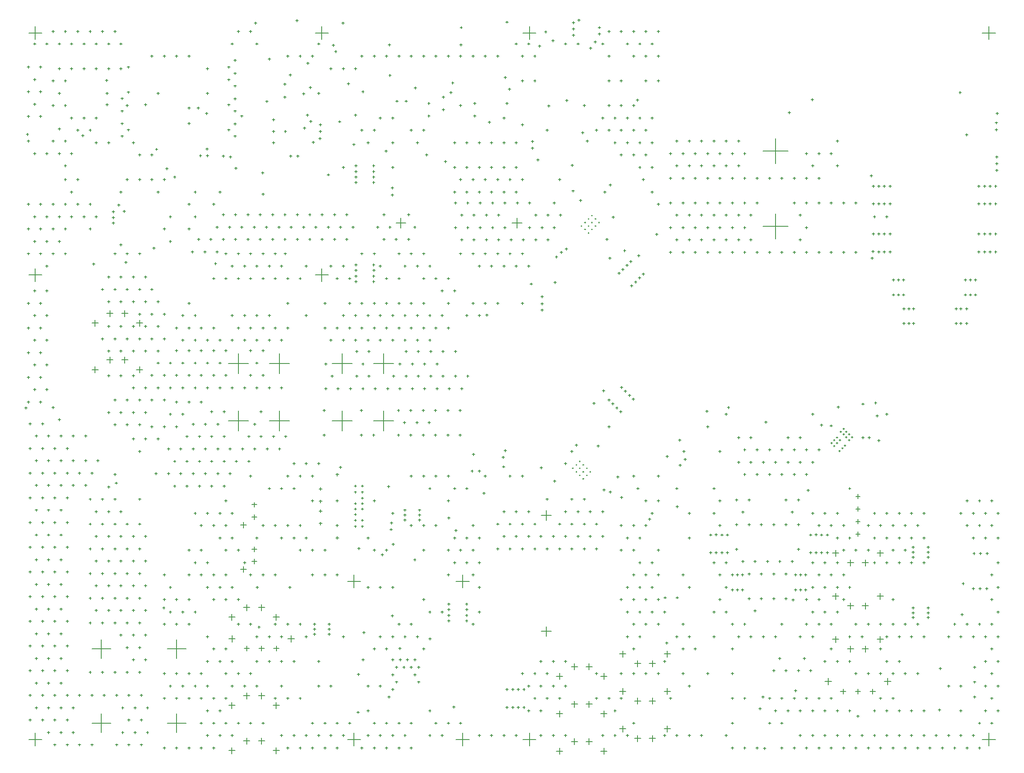
<source format=gbr>
G04*
G04 #@! TF.GenerationSoftware,Altium Limited,Altium Designer,22.4.2 (48)*
G04*
G04 Layer_Color=128*
%FSLAX25Y25*%
%MOIN*%
G70*
G04*
G04 #@! TF.SameCoordinates,43EAD1C5-17A3-47DC-85D2-FB09855483F6*
G04*
G04*
G04 #@! TF.FilePolarity,Positive*
G04*
G01*
G75*
%ADD18C,0.00500*%
D18*
X268701Y487795D02*
X270669D01*
X269685Y486811D02*
Y488779D01*
X204528Y489370D02*
X206496D01*
X205512Y488386D02*
Y490354D01*
X204528Y507480D02*
X206496D01*
X205512Y506496D02*
Y508465D01*
X204528Y498425D02*
X206496D01*
X205512Y497441D02*
Y499409D01*
X190354Y584646D02*
X192323D01*
X191339Y583661D02*
Y585630D01*
X201378Y555905D02*
X203346D01*
X202362Y554921D02*
Y556890D01*
X390748Y520472D02*
X392717D01*
X391732Y519488D02*
Y521457D01*
X392717Y531890D02*
X394685D01*
X393701Y530905D02*
Y532874D01*
X303150Y425197D02*
X311024D01*
X307087Y421260D02*
Y429134D01*
X395669Y425197D02*
X403543D01*
X399606Y421260D02*
Y429134D01*
X7283Y277953D02*
X9252D01*
X8268Y276969D02*
Y278937D01*
X117126Y118504D02*
X119095D01*
X118110Y117520D02*
Y119488D01*
X670276Y32283D02*
X672244D01*
X671260Y31299D02*
Y33268D01*
X299803Y169291D02*
X301772D01*
X300787Y168307D02*
Y170276D01*
X193110Y103150D02*
X195079D01*
X194095Y102165D02*
Y104134D01*
X291142Y161024D02*
X293110D01*
X292126Y160039D02*
Y162008D01*
X518307Y239370D02*
X520276D01*
X519291Y238386D02*
Y240354D01*
X517913Y90551D02*
X519882D01*
X518898Y89567D02*
Y91535D01*
X86811Y394094D02*
X88779D01*
X87795Y393110D02*
Y395079D01*
X52559Y494882D02*
X54528D01*
X53543Y493898D02*
Y495866D01*
X620669Y52756D02*
X622638D01*
X621654Y51772D02*
Y53740D01*
X418898Y192323D02*
X426772D01*
X422835Y188386D02*
Y196260D01*
X418898Y99803D02*
X426772D01*
X422835Y95866D02*
Y103740D01*
X655954Y243576D02*
X657234D01*
X656594Y242936D02*
Y244216D01*
X658181Y245803D02*
X659461D01*
X658821Y245163D02*
Y246443D01*
X660408Y248030D02*
X661688D01*
X661048Y247390D02*
Y248670D01*
X651778Y247752D02*
X653058D01*
X652418Y247112D02*
Y248392D01*
X649551Y249979D02*
X650831D01*
X650191Y249339D02*
Y250619D01*
X654005Y249979D02*
X655285D01*
X654645Y249339D02*
Y250619D01*
X651778Y252206D02*
X653058D01*
X652418Y251566D02*
Y252846D01*
X656233Y252206D02*
X657512D01*
X656872Y251566D02*
Y252846D01*
X654005Y254433D02*
X655285D01*
X654645Y253793D02*
Y255073D01*
X663652Y252387D02*
X664931D01*
X664291Y251747D02*
Y253027D01*
X661425Y254614D02*
X662704D01*
X662064Y253974D02*
Y255254D01*
X659198Y256841D02*
X660477D01*
X659837Y256201D02*
Y257481D01*
X656970Y259068D02*
X658250D01*
X657610Y258429D02*
Y259708D01*
X665879Y254614D02*
X667158D01*
X666518Y253974D02*
Y255254D01*
X663652Y256841D02*
X664931D01*
X664291Y256201D02*
Y257481D01*
X661425Y259068D02*
X662704D01*
X662064Y258428D02*
Y259708D01*
X659198Y261295D02*
X660477D01*
X659837Y260655D02*
Y261935D01*
X120925Y26772D02*
X135925D01*
X128425Y19272D02*
Y34272D01*
X60925Y26772D02*
X75925D01*
X68425Y19272D02*
Y34272D01*
X481380Y81853D02*
X486380D01*
X483880Y79353D02*
Y84354D01*
X516780Y81853D02*
X521780D01*
X519280Y79353D02*
Y84354D01*
X493180Y74154D02*
X498180D01*
X495680Y71653D02*
Y76653D01*
X504980Y74154D02*
X509980D01*
X507480Y71653D02*
Y76653D01*
X504980Y44360D02*
X509980D01*
X507480Y41860D02*
Y46860D01*
X493180Y44360D02*
X498180D01*
X495680Y41860D02*
Y46860D01*
X516780Y52060D02*
X521780D01*
X519280Y49560D02*
Y54560D01*
X481380Y52060D02*
X486380D01*
X483880Y49560D02*
Y54560D01*
X442776Y41860D02*
X447776D01*
X445276Y39360D02*
Y44360D01*
X454576Y41860D02*
X459576D01*
X457076Y39360D02*
Y44360D01*
X430976Y34160D02*
X435976D01*
X433476Y31660D02*
Y36660D01*
X466376Y34160D02*
X471376D01*
X468876Y31660D02*
Y36660D01*
X595512Y422756D02*
X615512D01*
X605512Y412756D02*
Y432756D01*
X595512Y482756D02*
X615512D01*
X605512Y472756D02*
Y492756D01*
X285233Y267717D02*
X301233D01*
X293233Y259717D02*
Y275717D01*
X252433Y267717D02*
X268433D01*
X260433Y259717D02*
Y275717D01*
X169633Y267717D02*
X185633D01*
X177633Y259717D02*
Y275717D01*
X202433Y267717D02*
X218433D01*
X210433Y259717D02*
Y275717D01*
X264469Y139764D02*
X274902D01*
X269685Y134547D02*
Y144980D01*
X264469Y13780D02*
X274902D01*
X269685Y8563D02*
Y18996D01*
X351083Y13780D02*
X361516D01*
X356299Y8563D02*
Y18996D01*
X351083Y139764D02*
X361516D01*
X356299Y134547D02*
Y144980D01*
X96306Y345450D02*
X101306D01*
X98806Y342950D02*
Y347950D01*
X60906Y345450D02*
X65906D01*
X63406Y342950D02*
Y347950D01*
X84506Y353150D02*
X89506D01*
X87006Y350650D02*
Y355650D01*
X72706Y353150D02*
X77706D01*
X75206Y350650D02*
Y355650D01*
X305315Y86221D02*
X307283D01*
X306299Y85236D02*
Y87205D01*
X241811Y213386D02*
X244173D01*
X242992Y212205D02*
Y214567D01*
X241811Y185827D02*
X244173D01*
X242992Y184646D02*
Y187008D01*
X269980Y215748D02*
X271752D01*
X270866Y214862D02*
Y216634D01*
X269980Y210827D02*
X271752D01*
X270866Y209941D02*
Y211713D01*
X275492Y215748D02*
X277264D01*
X276378Y214862D02*
Y216634D01*
X275492Y210827D02*
X277264D01*
X276378Y209941D02*
Y211713D01*
X275492Y206102D02*
X277264D01*
X276378Y205217D02*
Y206988D01*
X275492Y201772D02*
X277264D01*
X276378Y200886D02*
Y202658D01*
X275492Y197441D02*
X277264D01*
X276378Y196555D02*
Y198327D01*
X275492Y188386D02*
X277264D01*
X276378Y187500D02*
Y189272D01*
X275492Y183465D02*
X277264D01*
X276378Y182579D02*
Y184350D01*
X269980Y201772D02*
X271752D01*
X270866Y200886D02*
Y202658D01*
X269980Y197441D02*
X271752D01*
X270866Y196555D02*
Y198327D01*
X269980Y193110D02*
X271752D01*
X270866Y192224D02*
Y193996D01*
X269980Y188386D02*
X271752D01*
X270866Y187500D02*
Y189272D01*
X269980Y183465D02*
X271752D01*
X270866Y182579D02*
Y184350D01*
X241811Y203543D02*
X244173D01*
X242992Y202362D02*
Y204724D01*
X241811Y195669D02*
X244173D01*
X242992Y194488D02*
Y196850D01*
X255118Y224803D02*
X257480D01*
X256299Y223622D02*
Y225984D01*
X255118Y174409D02*
X257480D01*
X256299Y173228D02*
Y175591D01*
X692224Y59842D02*
X697539D01*
X694882Y57185D02*
Y62500D01*
X644980Y59842D02*
X650295D01*
X647638Y57185D02*
Y62500D01*
X680965Y51968D02*
X685177D01*
X683071Y49862D02*
Y54075D01*
X657342Y51968D02*
X661555D01*
X659449Y49862D02*
Y54075D01*
X669153Y51968D02*
X673366D01*
X671260Y49862D02*
Y54075D01*
X181663Y12598D02*
X186663D01*
X184163Y10098D02*
Y15098D01*
X193463Y12598D02*
X198463D01*
X195963Y10098D02*
Y15098D01*
X169863Y4898D02*
X174863D01*
X172363Y2398D02*
Y7398D01*
X205263Y4898D02*
X210263D01*
X207763Y2398D02*
Y7398D01*
X205263Y40804D02*
X210263D01*
X207763Y38304D02*
Y43304D01*
X169863Y40804D02*
X174863D01*
X172363Y38304D02*
Y43304D01*
X193463Y48504D02*
X198463D01*
X195963Y46004D02*
Y51004D01*
X181663Y48504D02*
X186663D01*
X184163Y46004D02*
Y51004D01*
X60925Y85827D02*
X75925D01*
X68425Y78327D02*
Y93327D01*
X120925Y85827D02*
X135925D01*
X128425Y78327D02*
Y93327D01*
X442776Y71653D02*
X447776D01*
X445276Y69153D02*
Y74154D01*
X454576Y71653D02*
X459576D01*
X457076Y69153D02*
Y74154D01*
X430976Y63954D02*
X435976D01*
X433476Y61453D02*
Y66453D01*
X466376Y63954D02*
X471376D01*
X468876Y61453D02*
Y66453D01*
X404232Y576772D02*
X414665D01*
X409449Y571555D02*
Y581988D01*
X179134Y149213D02*
X183858D01*
X181496Y146850D02*
Y151575D01*
X188189Y165354D02*
X192126D01*
X190157Y163386D02*
Y167323D01*
X188189Y155512D02*
X192126D01*
X190157Y153543D02*
Y157480D01*
X770374Y576772D02*
X780807D01*
X775591Y571555D02*
Y581988D01*
X10531Y576772D02*
X20965D01*
X15748Y571555D02*
Y581988D01*
X10531Y383858D02*
X20965D01*
X15748Y378642D02*
Y389075D01*
X10531Y13780D02*
X20965D01*
X15748Y8563D02*
Y18996D01*
X770374Y13780D02*
X780807D01*
X775591Y8563D02*
Y18996D01*
X404232Y13780D02*
X414665D01*
X409449Y8563D02*
Y18996D01*
X238878Y383858D02*
X249311D01*
X244094Y378642D02*
Y389075D01*
X238878Y576772D02*
X249311D01*
X244094Y571555D02*
Y581988D01*
X466376Y4367D02*
X471376D01*
X468876Y1867D02*
Y6867D01*
X430976Y4367D02*
X435976D01*
X433476Y1867D02*
Y6867D01*
X454576Y12067D02*
X459576D01*
X457076Y9567D02*
Y14567D01*
X442776Y12067D02*
X447776D01*
X445276Y9567D02*
Y14567D01*
X651060Y127901D02*
X656060D01*
X653560Y125401D02*
Y130401D01*
X686460Y127901D02*
X691460D01*
X688960Y125401D02*
Y130401D01*
X662860Y120201D02*
X667860D01*
X665360Y117701D02*
Y122701D01*
X674660Y120201D02*
X679660D01*
X677160Y117701D02*
Y122701D01*
X651060Y162267D02*
X656060D01*
X653560Y159767D02*
Y164767D01*
X686460Y162267D02*
X691460D01*
X688960Y159767D02*
Y164767D01*
X662860Y154567D02*
X667860D01*
X665360Y152067D02*
Y157067D01*
X674660Y154567D02*
X679660D01*
X677160Y152067D02*
Y157067D01*
X651060Y93535D02*
X656060D01*
X653560Y91035D02*
Y96035D01*
X686460Y93535D02*
X691460D01*
X688960Y91035D02*
Y96035D01*
X662860Y85835D02*
X667860D01*
X665360Y83335D02*
Y88335D01*
X674660Y85835D02*
X679660D01*
X677160Y83335D02*
Y88335D01*
X72706Y316142D02*
X77706D01*
X75206Y313642D02*
Y318642D01*
X84506Y316142D02*
X89506D01*
X87006Y313642D02*
Y318642D01*
X60906Y308442D02*
X65906D01*
X63406Y305942D02*
Y310942D01*
X96306Y308442D02*
X101306D01*
X98806Y305942D02*
Y310942D01*
X217028Y94095D02*
X222342D01*
X219685Y91437D02*
Y96752D01*
X169783Y94095D02*
X175098D01*
X172441Y91437D02*
Y96752D01*
X205768Y86221D02*
X209980D01*
X207874Y84114D02*
Y88327D01*
X182146Y86221D02*
X186358D01*
X184252Y84114D02*
Y88327D01*
X193957Y86221D02*
X198169D01*
X196063Y84114D02*
Y88327D01*
X669488Y177402D02*
X673032D01*
X671260Y175630D02*
Y179173D01*
X669488Y187402D02*
X673032D01*
X671260Y185630D02*
Y189173D01*
X669488Y197402D02*
X673032D01*
X671260Y195630D02*
Y199173D01*
X669488Y207402D02*
X673032D01*
X671260Y205630D02*
Y209173D01*
X179134Y184646D02*
X183858D01*
X181496Y182283D02*
Y187008D01*
X188189Y200787D02*
X192126D01*
X190157Y198819D02*
Y202756D01*
X188189Y190945D02*
X192126D01*
X190157Y188976D02*
Y192913D01*
X504980Y14567D02*
X509980D01*
X507480Y12067D02*
Y17067D01*
X493180Y14567D02*
X498180D01*
X495680Y12067D02*
Y17067D01*
X516780Y22267D02*
X521780D01*
X519280Y19767D02*
Y24767D01*
X481380Y22267D02*
X486380D01*
X483880Y19767D02*
Y24767D01*
X181663Y118898D02*
X186663D01*
X184163Y116398D02*
Y121398D01*
X193463Y118898D02*
X198463D01*
X195963Y116398D02*
Y121398D01*
X169863Y111198D02*
X174863D01*
X172363Y108698D02*
Y113698D01*
X205263Y111198D02*
X210263D01*
X207763Y108698D02*
Y113698D01*
X202433Y313386D02*
X218433D01*
X210433Y305386D02*
Y321386D01*
X169633Y313386D02*
X185633D01*
X177633Y305386D02*
Y321386D01*
X252433Y313386D02*
X268433D01*
X260433Y305386D02*
Y321386D01*
X285233Y313386D02*
X301233D01*
X293233Y305386D02*
Y321386D01*
X776968Y203937D02*
X778937D01*
X777953Y202953D02*
Y204921D01*
X781890Y194095D02*
X783858D01*
X782874Y193110D02*
Y195079D01*
X776968Y184252D02*
X778937D01*
X777953Y183268D02*
Y185236D01*
X781890Y174409D02*
X783858D01*
X782874Y173425D02*
Y175394D01*
X781890Y154724D02*
X783858D01*
X782874Y153740D02*
Y155709D01*
X776968Y144882D02*
X778937D01*
X777953Y143898D02*
Y145866D01*
X781890Y135039D02*
X783858D01*
X782874Y134055D02*
Y136024D01*
X776968Y125197D02*
X778937D01*
X777953Y124213D02*
Y126181D01*
X781890Y115354D02*
X783858D01*
X782874Y114370D02*
Y116339D01*
X776968Y105512D02*
X778937D01*
X777953Y104528D02*
Y106496D01*
X781890Y95669D02*
X783858D01*
X782874Y94685D02*
Y96653D01*
X776968Y85827D02*
X778937D01*
X777953Y84842D02*
Y86811D01*
X781890Y75984D02*
X783858D01*
X782874Y75000D02*
Y76968D01*
X776968Y66142D02*
X778937D01*
X777953Y65158D02*
Y67126D01*
X781890Y56299D02*
X783858D01*
X782874Y55315D02*
Y57284D01*
X776968Y46457D02*
X778937D01*
X777953Y45472D02*
Y47441D01*
X781890Y36614D02*
X783858D01*
X782874Y35630D02*
Y37598D01*
X776968Y26772D02*
X778937D01*
X777953Y25787D02*
Y27756D01*
X767126Y203937D02*
X769095D01*
X768110Y202953D02*
Y204921D01*
X772047Y194095D02*
X774016D01*
X773032Y193110D02*
Y195079D01*
X767126Y184252D02*
X769095D01*
X768110Y183268D02*
Y185236D01*
X772047Y174409D02*
X774016D01*
X773032Y173425D02*
Y175394D01*
X767126Y105512D02*
X769095D01*
X768110Y104528D02*
Y106496D01*
X772047Y95669D02*
X774016D01*
X773032Y94685D02*
Y96653D01*
X772047Y75984D02*
X774016D01*
X773032Y75000D02*
Y76968D01*
X772047Y56299D02*
X774016D01*
X773032Y55315D02*
Y57284D01*
X772047Y36614D02*
X774016D01*
X773032Y35630D02*
Y37598D01*
X767126Y26772D02*
X769095D01*
X768110Y25787D02*
Y27756D01*
X767126Y7087D02*
X769095D01*
X768110Y6102D02*
Y8071D01*
X757283Y203937D02*
X759252D01*
X758268Y202953D02*
Y204921D01*
X762205Y194095D02*
X764173D01*
X763189Y193110D02*
Y195079D01*
X757283Y184252D02*
X759252D01*
X758268Y183268D02*
Y185236D01*
X762205Y174409D02*
X764173D01*
X763189Y173425D02*
Y175394D01*
X757283Y105512D02*
X759252D01*
X758268Y104528D02*
Y106496D01*
X762205Y95669D02*
X764173D01*
X763189Y94685D02*
Y96653D01*
X762205Y16929D02*
X764173D01*
X763189Y15945D02*
Y17913D01*
X757283Y7087D02*
X759252D01*
X758268Y6102D02*
Y8071D01*
X752362Y194095D02*
X754331D01*
X753346Y193110D02*
Y195079D01*
X747441Y105512D02*
X749409D01*
X748425Y104528D02*
Y106496D01*
X752362Y95669D02*
X754331D01*
X753346Y94685D02*
Y96653D01*
X752362Y56299D02*
X754331D01*
X753346Y55315D02*
Y57284D01*
X752362Y36614D02*
X754331D01*
X753346Y35630D02*
Y37598D01*
X752362Y16929D02*
X754331D01*
X753346Y15945D02*
Y17913D01*
X747441Y7087D02*
X749409D01*
X748425Y6102D02*
Y8071D01*
X742520Y95669D02*
X744488D01*
X743504Y94685D02*
Y96653D01*
X742520Y56299D02*
X744488D01*
X743504Y55315D02*
Y57284D01*
X742520Y16929D02*
X744488D01*
X743504Y15945D02*
Y17913D01*
X737598Y7087D02*
X739567D01*
X738583Y6102D02*
Y8071D01*
X732677Y16929D02*
X734646D01*
X733661Y15945D02*
Y17913D01*
X727756Y7087D02*
X729724D01*
X728740Y6102D02*
Y8071D01*
X722835Y194095D02*
X724803D01*
X723819Y193110D02*
Y195079D01*
X717913Y184252D02*
X719882D01*
X718898Y183268D02*
Y185236D01*
X722835Y174409D02*
X724803D01*
X723819Y173425D02*
Y175394D01*
X722835Y154724D02*
X724803D01*
X723819Y153740D02*
Y155709D01*
X717913Y105512D02*
X719882D01*
X718898Y104528D02*
Y106496D01*
X722835Y95669D02*
X724803D01*
X723819Y94685D02*
Y96653D01*
X717913Y66142D02*
X719882D01*
X718898Y65158D02*
Y67126D01*
X722835Y36614D02*
X724803D01*
X723819Y35630D02*
Y37598D01*
X722835Y16929D02*
X724803D01*
X723819Y15945D02*
Y17913D01*
X717913Y7087D02*
X719882D01*
X718898Y6102D02*
Y8071D01*
X712992Y194095D02*
X714961D01*
X713976Y193110D02*
Y195079D01*
X708071Y184252D02*
X710039D01*
X709055Y183268D02*
Y185236D01*
X712992Y174409D02*
X714961D01*
X713976Y173425D02*
Y175394D01*
X708071Y164567D02*
X710039D01*
X709055Y163583D02*
Y165551D01*
X712992Y154724D02*
X714961D01*
X713976Y153740D02*
Y155709D01*
X708071Y105512D02*
X710039D01*
X709055Y104528D02*
Y106496D01*
X712992Y95669D02*
X714961D01*
X713976Y94685D02*
Y96653D01*
X708071Y66142D02*
X710039D01*
X709055Y65158D02*
Y67126D01*
X712992Y36614D02*
X714961D01*
X713976Y35630D02*
Y37598D01*
X712992Y16929D02*
X714961D01*
X713976Y15945D02*
Y17913D01*
X708071Y7087D02*
X710039D01*
X709055Y6102D02*
Y8071D01*
X703150Y194095D02*
X705118D01*
X704134Y193110D02*
Y195079D01*
X698228Y184252D02*
X700197D01*
X699213Y183268D02*
Y185236D01*
X703150Y174409D02*
X705118D01*
X704134Y173425D02*
Y175394D01*
X698228Y164567D02*
X700197D01*
X699213Y163583D02*
Y165551D01*
X703150Y154724D02*
X705118D01*
X704134Y153740D02*
Y155709D01*
X698228Y125197D02*
X700197D01*
X699213Y124213D02*
Y126181D01*
X698228Y105512D02*
X700197D01*
X699213Y104528D02*
Y106496D01*
X703150Y95669D02*
X705118D01*
X704134Y94685D02*
Y96653D01*
X703150Y75984D02*
X705118D01*
X704134Y75000D02*
Y76968D01*
X698228Y66142D02*
X700197D01*
X699213Y65158D02*
Y67126D01*
X698228Y46457D02*
X700197D01*
X699213Y45472D02*
Y47441D01*
X703150Y36614D02*
X705118D01*
X704134Y35630D02*
Y37598D01*
X703150Y16929D02*
X705118D01*
X704134Y15945D02*
Y17913D01*
X698228Y7087D02*
X700197D01*
X699213Y6102D02*
Y8071D01*
X693307Y430315D02*
X695276D01*
X694291Y429331D02*
Y431299D01*
X693307Y272835D02*
X695276D01*
X694291Y271850D02*
Y273819D01*
X693307Y194095D02*
X695276D01*
X694291Y193110D02*
Y195079D01*
X688386Y184252D02*
X690354D01*
X689370Y183268D02*
Y185236D01*
X693307Y174409D02*
X695276D01*
X694291Y173425D02*
Y175394D01*
X693307Y154724D02*
X695276D01*
X694291Y153740D02*
Y155709D01*
X688386Y105512D02*
X690354D01*
X689370Y104528D02*
Y106496D01*
X693307Y95669D02*
X695276D01*
X694291Y94685D02*
Y96653D01*
X688386Y85827D02*
X690354D01*
X689370Y84842D02*
Y86811D01*
X693307Y75984D02*
X695276D01*
X694291Y75000D02*
Y76968D01*
X688386Y66142D02*
X690354D01*
X689370Y65158D02*
Y67126D01*
X688386Y46457D02*
X690354D01*
X689370Y45472D02*
Y47441D01*
X693307Y36614D02*
X695276D01*
X694291Y35630D02*
Y37598D01*
X693307Y16929D02*
X695276D01*
X694291Y15945D02*
Y17913D01*
X688386Y7087D02*
X690354D01*
X689370Y6102D02*
Y8071D01*
X683465Y430315D02*
X685433D01*
X684449Y429331D02*
Y431299D01*
X683465Y194095D02*
X685433D01*
X684449Y193110D02*
Y195079D01*
X678543Y184252D02*
X680512D01*
X679528Y183268D02*
Y185236D01*
X683465Y174409D02*
X685433D01*
X684449Y173425D02*
Y175394D01*
X678543Y164567D02*
X680512D01*
X679528Y163583D02*
Y165551D01*
X683465Y154724D02*
X685433D01*
X684449Y153740D02*
Y155709D01*
X678543Y105512D02*
X680512D01*
X679528Y104528D02*
Y106496D01*
X678543Y66142D02*
X680512D01*
X679528Y65158D02*
Y67126D01*
X683465Y36614D02*
X685433D01*
X684449Y35630D02*
Y37598D01*
X683465Y16929D02*
X685433D01*
X684449Y15945D02*
Y17913D01*
X678543Y7087D02*
X680512D01*
X679528Y6102D02*
Y8071D01*
X668701Y164567D02*
X670669D01*
X669685Y163583D02*
Y165551D01*
X668701Y105512D02*
X670669D01*
X669685Y104528D02*
Y106496D01*
X673622Y95669D02*
X675591D01*
X674606Y94685D02*
Y96653D01*
X668701Y66142D02*
X670669D01*
X669685Y65158D02*
Y67126D01*
X673622Y16929D02*
X675591D01*
X674606Y15945D02*
Y17913D01*
X668701Y7087D02*
X670669D01*
X669685Y6102D02*
Y8071D01*
X663779Y213779D02*
X665748D01*
X664764Y212795D02*
Y214764D01*
X658858Y184252D02*
X660827D01*
X659842Y183268D02*
Y185236D01*
X663779Y174409D02*
X665748D01*
X664764Y173425D02*
Y175394D01*
X658858Y164567D02*
X660827D01*
X659842Y163583D02*
Y165551D01*
X658858Y144882D02*
X660827D01*
X659842Y143898D02*
Y145866D01*
X663779Y135039D02*
X665748D01*
X664764Y134055D02*
Y136024D01*
X658858Y125197D02*
X660827D01*
X659842Y124213D02*
Y126181D01*
X663779Y95669D02*
X665748D01*
X664764Y94685D02*
Y96653D01*
X663779Y75984D02*
X665748D01*
X664764Y75000D02*
Y76968D01*
X663779Y36614D02*
X665748D01*
X664764Y35630D02*
Y37598D01*
X663779Y16929D02*
X665748D01*
X664764Y15945D02*
Y17913D01*
X658858Y7087D02*
X660827D01*
X659842Y6102D02*
Y8071D01*
X653937Y194095D02*
X655905D01*
X654921Y193110D02*
Y195079D01*
X649016Y184252D02*
X650984D01*
X650000Y183268D02*
Y185236D01*
X653937Y174409D02*
X655905D01*
X654921Y173425D02*
Y175394D01*
X653937Y154724D02*
X655905D01*
X654921Y153740D02*
Y155709D01*
X649016Y144882D02*
X650984D01*
X650000Y143898D02*
Y145866D01*
X653937Y135039D02*
X655905D01*
X654921Y134055D02*
Y136024D01*
X653937Y115354D02*
X655905D01*
X654921Y114370D02*
Y116339D01*
X649016Y105512D02*
X650984D01*
X650000Y104528D02*
Y106496D01*
X649016Y85827D02*
X650984D01*
X650000Y84842D02*
Y86811D01*
X653937Y75984D02*
X655905D01*
X654921Y75000D02*
Y76968D01*
X649016Y46457D02*
X650984D01*
X650000Y45472D02*
Y47441D01*
X653937Y36614D02*
X655905D01*
X654921Y35630D02*
Y37598D01*
X653937Y16929D02*
X655905D01*
X654921Y15945D02*
Y17913D01*
X649016Y7087D02*
X650984D01*
X650000Y6102D02*
Y8071D01*
X644095Y194095D02*
X646063D01*
X645079Y193110D02*
Y195079D01*
X639173Y184252D02*
X641142D01*
X640158Y183268D02*
Y185236D01*
X644095Y154724D02*
X646063D01*
X645079Y153740D02*
Y155709D01*
X639173Y144882D02*
X641142D01*
X640158Y143898D02*
Y145866D01*
X644095Y135039D02*
X646063D01*
X645079Y134055D02*
Y136024D01*
X639173Y125197D02*
X641142D01*
X640158Y124213D02*
Y126181D01*
X644095Y115354D02*
X646063D01*
X645079Y114370D02*
Y116339D01*
X639173Y105512D02*
X641142D01*
X640158Y104528D02*
Y106496D01*
X644095Y75984D02*
X646063D01*
X645079Y75000D02*
Y76968D01*
X639173Y46457D02*
X641142D01*
X640158Y45472D02*
Y47441D01*
X644095Y36614D02*
X646063D01*
X645079Y35630D02*
Y37598D01*
X644095Y16929D02*
X646063D01*
X645079Y15945D02*
Y17913D01*
X639173Y7087D02*
X641142D01*
X640158Y6102D02*
Y8071D01*
X634252Y272835D02*
X636221D01*
X635236Y271850D02*
Y273819D01*
X634252Y194095D02*
X636221D01*
X635236Y193110D02*
Y195079D01*
X634252Y154724D02*
X636221D01*
X635236Y153740D02*
Y155709D01*
X634252Y135039D02*
X636221D01*
X635236Y134055D02*
Y136024D01*
X629331Y125197D02*
X631299D01*
X630315Y124213D02*
Y126181D01*
X634252Y115354D02*
X636221D01*
X635236Y114370D02*
Y116339D01*
X629331Y105512D02*
X631299D01*
X630315Y104528D02*
Y106496D01*
X634252Y95669D02*
X636221D01*
X635236Y94685D02*
Y96653D01*
X629331Y46457D02*
X631299D01*
X630315Y45472D02*
Y47441D01*
X634252Y36614D02*
X636221D01*
X635236Y35630D02*
Y37598D01*
X634252Y16929D02*
X636221D01*
X635236Y15945D02*
Y17913D01*
X629331Y7087D02*
X631299D01*
X630315Y6102D02*
Y8071D01*
X624409Y95669D02*
X626378D01*
X625394Y94685D02*
Y96653D01*
X619488Y46457D02*
X621457D01*
X620472Y45472D02*
Y47441D01*
X624409Y36614D02*
X626378D01*
X625394Y35630D02*
Y37598D01*
X624409Y16929D02*
X626378D01*
X625394Y15945D02*
Y17913D01*
X619488Y7087D02*
X621457D01*
X620472Y6102D02*
Y8071D01*
X609646Y105512D02*
X611614D01*
X610630Y104528D02*
Y106496D01*
X609646Y46457D02*
X611614D01*
X610630Y45472D02*
Y47441D01*
X614567Y36614D02*
X616535D01*
X615551Y35630D02*
Y37598D01*
X609646Y26772D02*
X611614D01*
X610630Y25787D02*
Y27756D01*
X609646Y7087D02*
X611614D01*
X610630Y6102D02*
Y8071D01*
X604724Y95669D02*
X606693D01*
X605709Y94685D02*
Y96653D01*
X599803Y46457D02*
X601772D01*
X600787Y45472D02*
Y47441D01*
X604724Y36614D02*
X606693D01*
X605709Y35630D02*
Y37598D01*
X599803Y26772D02*
X601772D01*
X600787Y25787D02*
Y27756D01*
X594882Y95669D02*
X596850D01*
X595866Y94685D02*
Y96653D01*
X589961Y7087D02*
X591929D01*
X590945Y6102D02*
Y8071D01*
X580118Y105512D02*
X582087D01*
X581102Y104528D02*
Y106496D01*
X585039Y95669D02*
X587008D01*
X586024Y94685D02*
Y96653D01*
X580118Y46457D02*
X582087D01*
X581102Y45472D02*
Y47441D01*
X580118Y7087D02*
X582087D01*
X581102Y6102D02*
Y8071D01*
X570276Y105512D02*
X572244D01*
X571260Y104528D02*
Y106496D01*
X575197Y95669D02*
X577165D01*
X576181Y94685D02*
Y96653D01*
X570276Y85827D02*
X572244D01*
X571260Y84842D02*
Y86811D01*
X570276Y66142D02*
X572244D01*
X571260Y65158D02*
Y67126D01*
X570276Y46457D02*
X572244D01*
X571260Y45472D02*
Y47441D01*
X570276Y26772D02*
X572244D01*
X571260Y25787D02*
Y27756D01*
X570276Y7087D02*
X572244D01*
X571260Y6102D02*
Y8071D01*
X565354Y272835D02*
X567323D01*
X566339Y271850D02*
Y273819D01*
X560433Y243307D02*
X562402D01*
X561417Y242323D02*
Y244291D01*
X560433Y203937D02*
X562402D01*
X561417Y202953D02*
Y204921D01*
X560433Y184252D02*
X562402D01*
X561417Y183268D02*
Y185236D01*
X565354Y154724D02*
X567323D01*
X566339Y153740D02*
Y155709D01*
X560433Y144882D02*
X562402D01*
X561417Y143898D02*
Y145866D01*
X565354Y135039D02*
X567323D01*
X566339Y134055D02*
Y136024D01*
X560433Y125197D02*
X562402D01*
X561417Y124213D02*
Y126181D01*
X565354Y115354D02*
X567323D01*
X566339Y114370D02*
Y116339D01*
X565354Y16929D02*
X567323D01*
X566339Y15945D02*
Y17913D01*
X550591Y262992D02*
X552559D01*
X551575Y262008D02*
Y263976D01*
X555512Y213779D02*
X557480D01*
X556496Y212795D02*
Y214764D01*
X555512Y194095D02*
X557480D01*
X556496Y193110D02*
Y195079D01*
X555512Y154724D02*
X557480D01*
X556496Y153740D02*
Y155709D01*
X555512Y115354D02*
X557480D01*
X556496Y114370D02*
Y116339D01*
X555512Y95669D02*
X557480D01*
X556496Y94685D02*
Y96653D01*
X550591Y66142D02*
X552559D01*
X551575Y65158D02*
Y67126D01*
X540748Y85827D02*
X542717D01*
X541732Y84842D02*
Y86811D01*
X545669Y16929D02*
X547638D01*
X546654Y15945D02*
Y17913D01*
X535827Y194095D02*
X537795D01*
X536811Y193110D02*
Y195079D01*
X535827Y174409D02*
X537795D01*
X536811Y173425D02*
Y175394D01*
X530905Y144882D02*
X532874D01*
X531890Y143898D02*
Y145866D01*
X535827Y135039D02*
X537795D01*
X536811Y134055D02*
Y136024D01*
X530905Y105512D02*
X532874D01*
X531890Y104528D02*
Y106496D01*
X535827Y95669D02*
X537795D01*
X536811Y94685D02*
Y96653D01*
X530905Y85827D02*
X532874D01*
X531890Y84842D02*
Y86811D01*
X530905Y66142D02*
X532874D01*
X531890Y65158D02*
Y67126D01*
X535827Y56299D02*
X537795D01*
X536811Y55315D02*
Y57284D01*
X535827Y16929D02*
X537795D01*
X536811Y15945D02*
Y17913D01*
X525984Y213779D02*
X527953D01*
X526968Y212795D02*
Y214764D01*
X525984Y95669D02*
X527953D01*
X526968Y94685D02*
Y96653D01*
X521063Y46457D02*
X523032D01*
X522047Y45472D02*
Y47441D01*
X525984Y16929D02*
X527953D01*
X526968Y15945D02*
Y17913D01*
X511221Y577953D02*
X513189D01*
X512205Y576968D02*
Y578937D01*
X511221Y558268D02*
X513189D01*
X512205Y557283D02*
Y559252D01*
X511221Y538583D02*
X513189D01*
X512205Y537598D02*
Y539567D01*
X511221Y440158D02*
X513189D01*
X512205Y439173D02*
Y441142D01*
X511221Y223622D02*
X513189D01*
X512205Y222638D02*
Y224606D01*
X511221Y203937D02*
X513189D01*
X512205Y202953D02*
Y204921D01*
X511221Y164567D02*
X513189D01*
X512205Y163583D02*
Y165551D01*
X511221Y144882D02*
X513189D01*
X512205Y143898D02*
Y145866D01*
X511221Y125197D02*
X513189D01*
X512205Y124213D02*
Y126181D01*
X516142Y115354D02*
X518110D01*
X517126Y114370D02*
Y116339D01*
X511221Y105512D02*
X513189D01*
X512205Y104528D02*
Y106496D01*
X516142Y75984D02*
X518110D01*
X517126Y75000D02*
Y76968D01*
X511221Y66142D02*
X513189D01*
X512205Y65158D02*
Y67126D01*
X516142Y16929D02*
X518110D01*
X517126Y15945D02*
Y17913D01*
X501378Y577953D02*
X503346D01*
X502362Y576968D02*
Y578937D01*
X506299Y568110D02*
X508268D01*
X507283Y567126D02*
Y569095D01*
X501378Y558268D02*
X503346D01*
X502362Y557283D02*
Y559252D01*
X501378Y538583D02*
X503346D01*
X502362Y537598D02*
Y539567D01*
X506299Y509055D02*
X508268D01*
X507283Y508071D02*
Y510039D01*
X501378Y499213D02*
X503346D01*
X502362Y498228D02*
Y500197D01*
X506299Y489370D02*
X508268D01*
X507283Y488386D02*
Y490354D01*
X501378Y479528D02*
X503346D01*
X502362Y478543D02*
Y480512D01*
X506299Y469685D02*
X508268D01*
X507283Y468701D02*
Y470669D01*
X506299Y450000D02*
X508268D01*
X507283Y449016D02*
Y450984D01*
X501378Y203937D02*
X503346D01*
X502362Y202953D02*
Y204921D01*
X506299Y194095D02*
X508268D01*
X507283Y193110D02*
Y195079D01*
X501378Y184252D02*
X503346D01*
X502362Y183268D02*
Y185236D01*
X506299Y154724D02*
X508268D01*
X507283Y153740D02*
Y155709D01*
X501378Y144882D02*
X503346D01*
X502362Y143898D02*
Y145866D01*
X506299Y135039D02*
X508268D01*
X507283Y134055D02*
Y136024D01*
X501378Y125197D02*
X503346D01*
X502362Y124213D02*
Y126181D01*
X506299Y115354D02*
X508268D01*
X507283Y114370D02*
Y116339D01*
X501378Y105512D02*
X503346D01*
X502362Y104528D02*
Y106496D01*
X501378Y66142D02*
X503346D01*
X502362Y65158D02*
Y67126D01*
X491535Y577953D02*
X493504D01*
X492520Y576968D02*
Y578937D01*
X496457Y568110D02*
X498425D01*
X497441Y567126D02*
Y569095D01*
X491535Y558268D02*
X493504D01*
X492520Y557283D02*
Y559252D01*
X491535Y518898D02*
X493504D01*
X492520Y517913D02*
Y519882D01*
X496457Y509055D02*
X498425D01*
X497441Y508071D02*
Y510039D01*
X491535Y499213D02*
X493504D01*
X492520Y498228D02*
Y500197D01*
X496457Y489370D02*
X498425D01*
X497441Y488386D02*
Y490354D01*
X491535Y479528D02*
X493504D01*
X492520Y478543D02*
Y480512D01*
X496457Y469685D02*
X498425D01*
X497441Y468701D02*
Y470669D01*
X491535Y223622D02*
X493504D01*
X492520Y222638D02*
Y224606D01*
X491535Y184252D02*
X493504D01*
X492520Y183268D02*
Y185236D01*
X496457Y174409D02*
X498425D01*
X497441Y173425D02*
Y175394D01*
X491535Y164567D02*
X493504D01*
X492520Y163583D02*
Y165551D01*
X496457Y154724D02*
X498425D01*
X497441Y153740D02*
Y155709D01*
X491535Y144882D02*
X493504D01*
X492520Y143898D02*
Y145866D01*
X496457Y135039D02*
X498425D01*
X497441Y134055D02*
Y136024D01*
X491535Y125197D02*
X493504D01*
X492520Y124213D02*
Y126181D01*
X496457Y115354D02*
X498425D01*
X497441Y114370D02*
Y116339D01*
X491535Y105512D02*
X493504D01*
X492520Y104528D02*
Y106496D01*
X496457Y95669D02*
X498425D01*
X497441Y94685D02*
Y96653D01*
X491535Y85827D02*
X493504D01*
X492520Y84842D02*
Y86811D01*
X491535Y66142D02*
X493504D01*
X492520Y65158D02*
Y67126D01*
X491535Y26772D02*
X493504D01*
X492520Y25787D02*
Y27756D01*
X481693Y577953D02*
X483661D01*
X482677Y576968D02*
Y578937D01*
X486614Y568110D02*
X488583D01*
X487598Y567126D02*
Y569095D01*
X481693Y538583D02*
X483661D01*
X482677Y537598D02*
Y539567D01*
X481693Y518898D02*
X483661D01*
X482677Y517913D02*
Y519882D01*
X486614Y509055D02*
X488583D01*
X487598Y508071D02*
Y510039D01*
X481693Y499213D02*
X483661D01*
X482677Y498228D02*
Y500197D01*
X486614Y489370D02*
X488583D01*
X487598Y488386D02*
Y490354D01*
X481693Y479528D02*
X483661D01*
X482677Y478543D02*
Y480512D01*
X481693Y184252D02*
X483661D01*
X482677Y183268D02*
Y185236D01*
X486614Y174409D02*
X488583D01*
X487598Y173425D02*
Y175394D01*
X481693Y164567D02*
X483661D01*
X482677Y163583D02*
Y165551D01*
X486614Y135039D02*
X488583D01*
X487598Y134055D02*
Y136024D01*
X481693Y125197D02*
X483661D01*
X482677Y124213D02*
Y126181D01*
X486614Y115354D02*
X488583D01*
X487598Y114370D02*
Y116339D01*
X486614Y95669D02*
X488583D01*
X487598Y94685D02*
Y96653D01*
X481693Y66142D02*
X483661D01*
X482677Y65158D02*
Y67126D01*
X481693Y46457D02*
X483661D01*
X482677Y45472D02*
Y47441D01*
X486614Y16929D02*
X488583D01*
X487598Y15945D02*
Y17913D01*
X471850Y577953D02*
X473819D01*
X472835Y576968D02*
Y578937D01*
X471850Y558268D02*
X473819D01*
X472835Y557283D02*
Y559252D01*
X471850Y538583D02*
X473819D01*
X472835Y537598D02*
Y539567D01*
X471850Y518898D02*
X473819D01*
X472835Y517913D02*
Y519882D01*
X476772Y509055D02*
X478740D01*
X477756Y508071D02*
Y510039D01*
X471850Y499213D02*
X473819D01*
X472835Y498228D02*
Y500197D01*
X476772Y489370D02*
X478740D01*
X477756Y488386D02*
Y490354D01*
X471850Y262992D02*
X473819D01*
X472835Y262008D02*
Y263976D01*
X471850Y46457D02*
X473819D01*
X472835Y45472D02*
Y47441D01*
X476772Y36614D02*
X478740D01*
X477756Y35630D02*
Y37598D01*
X476772Y16929D02*
X478740D01*
X477756Y15945D02*
Y17913D01*
X466929Y568110D02*
X468898D01*
X467913Y567126D02*
Y569095D01*
X466929Y509055D02*
X468898D01*
X467913Y508071D02*
Y510039D01*
X462008Y499213D02*
X463976D01*
X462992Y498228D02*
Y500197D01*
X462008Y66142D02*
X463976D01*
X462992Y65158D02*
Y67126D01*
X462008Y46457D02*
X463976D01*
X462992Y45472D02*
Y47441D01*
X466929Y16929D02*
X468898D01*
X467913Y15945D02*
Y17913D01*
X452165Y518898D02*
X454134D01*
X453150Y517913D02*
Y519882D01*
X447244Y568110D02*
X449213D01*
X448228Y567126D02*
Y569095D01*
X442323Y243307D02*
X444291D01*
X443307Y242323D02*
Y244291D01*
X437402Y568110D02*
X439370D01*
X438386Y567126D02*
Y569095D01*
X432480Y459842D02*
X434449D01*
X433465Y458858D02*
Y460827D01*
X437402Y233465D02*
X439370D01*
X438386Y232480D02*
Y234449D01*
X437402Y75984D02*
X439370D01*
X438386Y75000D02*
Y76968D01*
X437402Y56299D02*
X439370D01*
X438386Y55315D02*
Y57284D01*
X432480Y46457D02*
X434449D01*
X433465Y45472D02*
Y47441D01*
X437402Y16929D02*
X439370D01*
X438386Y15945D02*
Y17913D01*
X422638Y499213D02*
X424606D01*
X423622Y498228D02*
Y500197D01*
X427559Y75984D02*
X429528D01*
X428543Y75000D02*
Y76968D01*
X422638Y66142D02*
X424606D01*
X423622Y65158D02*
Y67126D01*
X427559Y56299D02*
X429528D01*
X428543Y55315D02*
Y57284D01*
X422638Y46457D02*
X424606D01*
X423622Y45472D02*
Y47441D01*
X427559Y16929D02*
X429528D01*
X428543Y15945D02*
Y17913D01*
X412795Y558268D02*
X414764D01*
X413779Y557283D02*
Y559252D01*
X412795Y538583D02*
X414764D01*
X413779Y537598D02*
Y539567D01*
X417717Y75984D02*
X419685D01*
X418701Y75000D02*
Y76968D01*
X412795Y66142D02*
X414764D01*
X413779Y65158D02*
Y67126D01*
X417717Y56299D02*
X419685D01*
X418701Y55315D02*
Y57284D01*
X412795Y46457D02*
X414764D01*
X413779Y45472D02*
Y47441D01*
X417717Y36614D02*
X419685D01*
X418701Y35630D02*
Y37598D01*
X417717Y16929D02*
X419685D01*
X418701Y15945D02*
Y17913D01*
X407874Y568110D02*
X409842D01*
X408858Y567126D02*
Y569095D01*
X402953Y558268D02*
X404921D01*
X403937Y557283D02*
Y559252D01*
X402953Y538583D02*
X404921D01*
X403937Y537598D02*
Y539567D01*
X402953Y459842D02*
X404921D01*
X403937Y458858D02*
Y460827D01*
X402953Y400787D02*
X404921D01*
X403937Y399803D02*
Y401772D01*
X407874Y390945D02*
X409842D01*
X408858Y389961D02*
Y391929D01*
X402953Y361417D02*
X404921D01*
X403937Y360433D02*
Y362402D01*
X402953Y223622D02*
X404921D01*
X403937Y222638D02*
Y224606D01*
X402953Y66142D02*
X404921D01*
X403937Y65158D02*
Y67126D01*
X407874Y56299D02*
X409842D01*
X408858Y55315D02*
Y57284D01*
X407874Y36614D02*
X409842D01*
X408858Y35630D02*
Y37598D01*
X398031Y568110D02*
X400000D01*
X399016Y567126D02*
Y569095D01*
X398031Y489370D02*
X400000D01*
X399016Y488386D02*
Y490354D01*
X398031Y469685D02*
X400000D01*
X399016Y468701D02*
Y470669D01*
X393110Y459842D02*
X395079D01*
X394094Y458858D02*
Y460827D01*
X398031Y450000D02*
X400000D01*
X399016Y449016D02*
Y450984D01*
X393110Y400787D02*
X395079D01*
X394094Y399803D02*
Y401772D01*
X398031Y390945D02*
X400000D01*
X399016Y389961D02*
Y391929D01*
X393110Y223622D02*
X395079D01*
X394094Y222638D02*
Y224606D01*
X398031Y16929D02*
X400000D01*
X399016Y15945D02*
Y17913D01*
X383268Y558268D02*
X385236D01*
X384252Y557283D02*
Y559252D01*
X388189Y509055D02*
X390158D01*
X389173Y508071D02*
Y510039D01*
X388189Y489370D02*
X390158D01*
X389173Y488386D02*
Y490354D01*
X388189Y469685D02*
X390158D01*
X389173Y468701D02*
Y470669D01*
X383268Y459842D02*
X385236D01*
X384252Y458858D02*
Y460827D01*
X388189Y450000D02*
X390158D01*
X389173Y449016D02*
Y450984D01*
X383268Y400787D02*
X385236D01*
X384252Y399803D02*
Y401772D01*
X388189Y390945D02*
X390158D01*
X389173Y389961D02*
Y391929D01*
X383268Y361417D02*
X385236D01*
X384252Y360433D02*
Y362402D01*
X388189Y16929D02*
X390158D01*
X389173Y15945D02*
Y17913D01*
X373425Y558268D02*
X375394D01*
X374410Y557283D02*
Y559252D01*
X378346Y489370D02*
X380315D01*
X379331Y488386D02*
Y490354D01*
X378346Y469685D02*
X380315D01*
X379331Y468701D02*
Y470669D01*
X373425Y459842D02*
X375394D01*
X374410Y458858D02*
Y460827D01*
X378346Y450000D02*
X380315D01*
X379331Y449016D02*
Y450984D01*
X373425Y400787D02*
X375394D01*
X374410Y399803D02*
Y401772D01*
X378346Y390945D02*
X380315D01*
X379331Y389961D02*
Y391929D01*
X373425Y361417D02*
X375394D01*
X374410Y360433D02*
Y362402D01*
X373425Y223622D02*
X375394D01*
X374410Y222638D02*
Y224606D01*
X378346Y16929D02*
X380315D01*
X379331Y15945D02*
Y17913D01*
X363583Y558268D02*
X365551D01*
X364567Y557283D02*
Y559252D01*
X368504Y489370D02*
X370472D01*
X369488Y488386D02*
Y490354D01*
X368504Y469685D02*
X370472D01*
X369488Y468701D02*
Y470669D01*
X363583Y459842D02*
X365551D01*
X364567Y458858D02*
Y460827D01*
X368504Y450000D02*
X370472D01*
X369488Y449016D02*
Y450984D01*
X363583Y400787D02*
X365551D01*
X364567Y399803D02*
Y401772D01*
X368504Y390945D02*
X370472D01*
X369488Y389961D02*
Y391929D01*
X363583Y361417D02*
X365551D01*
X364567Y360433D02*
Y362402D01*
X368504Y351575D02*
X370472D01*
X369488Y350591D02*
Y352559D01*
X363583Y184252D02*
X365551D01*
X364567Y183268D02*
Y185236D01*
X368504Y174409D02*
X370472D01*
X369488Y173425D02*
Y175394D01*
X363583Y164567D02*
X365551D01*
X364567Y163583D02*
Y165551D01*
X368504Y154724D02*
X370472D01*
X369488Y153740D02*
Y155709D01*
X363583Y144882D02*
X365551D01*
X364567Y143898D02*
Y145866D01*
X368504Y135039D02*
X370472D01*
X369488Y134055D02*
Y136024D01*
X368504Y115354D02*
X370472D01*
X369488Y114370D02*
Y116339D01*
X363583Y105512D02*
X365551D01*
X364567Y104528D02*
Y106496D01*
X368504Y16929D02*
X370472D01*
X369488Y15945D02*
Y17913D01*
X353740Y558268D02*
X355709D01*
X354724Y557283D02*
Y559252D01*
X353740Y518898D02*
X355709D01*
X354724Y517913D02*
Y519882D01*
X358661Y489370D02*
X360630D01*
X359646Y488386D02*
Y490354D01*
X358661Y469685D02*
X360630D01*
X359646Y468701D02*
Y470669D01*
X353740Y459842D02*
X355709D01*
X354724Y458858D02*
Y460827D01*
X358661Y450000D02*
X360630D01*
X359646Y449016D02*
Y450984D01*
X353740Y400787D02*
X355709D01*
X354724Y399803D02*
Y401772D01*
X358661Y351575D02*
X360630D01*
X359646Y350591D02*
Y352559D01*
X358661Y213779D02*
X360630D01*
X359646Y212795D02*
Y214764D01*
X358661Y174409D02*
X360630D01*
X359646Y173425D02*
Y175394D01*
X353740Y164567D02*
X355709D01*
X354724Y163583D02*
Y165551D01*
X358661Y154724D02*
X360630D01*
X359646Y153740D02*
Y155709D01*
X353740Y26772D02*
X355709D01*
X354724Y25787D02*
Y27756D01*
X343898Y558268D02*
X345866D01*
X344882Y557283D02*
Y559252D01*
X348819Y489370D02*
X350787D01*
X349803Y488386D02*
Y490354D01*
X348819Y469685D02*
X350787D01*
X349803Y468701D02*
Y470669D01*
X348819Y450000D02*
X350787D01*
X349803Y449016D02*
Y450984D01*
X343898Y381102D02*
X345866D01*
X344882Y380118D02*
Y382087D01*
X348819Y371260D02*
X350787D01*
X349803Y370276D02*
Y372244D01*
X343898Y361417D02*
X345866D01*
X344882Y360433D02*
Y362402D01*
X343898Y341732D02*
X345866D01*
X344882Y340748D02*
Y342717D01*
X343898Y223622D02*
X345866D01*
X344882Y222638D02*
Y224606D01*
X348819Y213779D02*
X350787D01*
X349803Y212795D02*
Y214764D01*
X343898Y203937D02*
X345866D01*
X344882Y202953D02*
Y204921D01*
X348819Y174409D02*
X350787D01*
X349803Y173425D02*
Y175394D01*
X343898Y164567D02*
X345866D01*
X344882Y163583D02*
Y165551D01*
X348819Y154724D02*
X350787D01*
X349803Y153740D02*
Y155709D01*
X343898Y144882D02*
X345866D01*
X344882Y143898D02*
Y145866D01*
X343898Y26772D02*
X345866D01*
X344882Y25787D02*
Y27756D01*
X334055Y558268D02*
X336024D01*
X335039Y557283D02*
Y559252D01*
X334055Y381102D02*
X336024D01*
X335039Y380118D02*
Y382087D01*
X338976Y371260D02*
X340945D01*
X339961Y370276D02*
Y372244D01*
X338976Y351575D02*
X340945D01*
X339961Y350591D02*
Y352559D01*
X334055Y341732D02*
X336024D01*
X335039Y340748D02*
Y342717D01*
X334055Y223622D02*
X336024D01*
X335039Y222638D02*
Y224606D01*
X334055Y184252D02*
X336024D01*
X335039Y183268D02*
Y185236D01*
X338976Y115354D02*
X340945D01*
X339961Y114370D02*
Y116339D01*
X334055Y26772D02*
X336024D01*
X335039Y25787D02*
Y27756D01*
X338976Y16929D02*
X340945D01*
X339961Y15945D02*
Y17913D01*
X324213Y558268D02*
X326181D01*
X325197Y557283D02*
Y559252D01*
X324213Y499213D02*
X326181D01*
X325197Y498228D02*
Y500197D01*
X324213Y400787D02*
X326181D01*
X325197Y399803D02*
Y401772D01*
X329134Y390945D02*
X331102D01*
X330118Y389961D02*
Y391929D01*
X324213Y381102D02*
X326181D01*
X325197Y380118D02*
Y382087D01*
X324213Y361417D02*
X326181D01*
X325197Y360433D02*
Y362402D01*
X329134Y351575D02*
X331102D01*
X330118Y350591D02*
Y352559D01*
X324213Y341732D02*
X326181D01*
X325197Y340748D02*
Y342717D01*
X329134Y331890D02*
X331102D01*
X330118Y330906D02*
Y332874D01*
X324213Y223622D02*
X326181D01*
X325197Y222638D02*
Y224606D01*
X329134Y213779D02*
X331102D01*
X330118Y212795D02*
Y214764D01*
X324213Y184252D02*
X326181D01*
X325197Y183268D02*
Y185236D01*
X324213Y164567D02*
X326181D01*
X325197Y163583D02*
Y165551D01*
X324213Y125197D02*
X326181D01*
X325197Y124213D02*
Y126181D01*
X329134Y115354D02*
X331102D01*
X330118Y114370D02*
Y116339D01*
X324213Y85827D02*
X326181D01*
X325197Y84842D02*
Y86811D01*
X329134Y36614D02*
X331102D01*
X330118Y35630D02*
Y37598D01*
X329134Y16929D02*
X331102D01*
X330118Y15945D02*
Y17913D01*
X314370Y558268D02*
X316339D01*
X315354Y557283D02*
Y559252D01*
X314370Y499213D02*
X316339D01*
X315354Y498228D02*
Y500197D01*
X319291Y489370D02*
X321260D01*
X320276Y488386D02*
Y490354D01*
X314370Y400787D02*
X316339D01*
X315354Y399803D02*
Y401772D01*
X319291Y390945D02*
X321260D01*
X320276Y389961D02*
Y391929D01*
X314370Y361417D02*
X316339D01*
X315354Y360433D02*
Y362402D01*
X319291Y351575D02*
X321260D01*
X320276Y350591D02*
Y352559D01*
X314370Y341732D02*
X316339D01*
X315354Y340748D02*
Y342717D01*
X319291Y331890D02*
X321260D01*
X320276Y330906D02*
Y332874D01*
X314370Y223622D02*
X316339D01*
X315354Y222638D02*
Y224606D01*
X314370Y184252D02*
X316339D01*
X315354Y183268D02*
Y185236D01*
X314370Y105512D02*
X316339D01*
X315354Y104528D02*
Y106496D01*
X319291Y95669D02*
X321260D01*
X320276Y94685D02*
Y96653D01*
X314370Y26772D02*
X316339D01*
X315354Y25787D02*
Y27756D01*
X314370Y7087D02*
X316339D01*
X315354Y6102D02*
Y8071D01*
X304528Y558268D02*
X306496D01*
X305512Y557283D02*
Y559252D01*
X304528Y400787D02*
X306496D01*
X305512Y399803D02*
Y401772D01*
X309449Y390945D02*
X311417D01*
X310433Y389961D02*
Y391929D01*
X304528Y381102D02*
X306496D01*
X305512Y380118D02*
Y382087D01*
X304528Y361417D02*
X306496D01*
X305512Y360433D02*
Y362402D01*
X309449Y351575D02*
X311417D01*
X310433Y350591D02*
Y352559D01*
X304528Y341732D02*
X306496D01*
X305512Y340748D02*
Y342717D01*
X309449Y331890D02*
X311417D01*
X310433Y330906D02*
Y332874D01*
X304528Y105512D02*
X306496D01*
X305512Y104528D02*
Y106496D01*
X309449Y95669D02*
X311417D01*
X310433Y94685D02*
Y96653D01*
X304528Y26772D02*
X306496D01*
X305512Y25787D02*
Y27756D01*
X309449Y16929D02*
X311417D01*
X310433Y15945D02*
Y17913D01*
X304528Y7087D02*
X306496D01*
X305512Y6102D02*
Y8071D01*
X294685Y558268D02*
X296654D01*
X295669Y557283D02*
Y559252D01*
X299606Y509055D02*
X301575D01*
X300590Y508071D02*
Y510039D01*
X299606Y489370D02*
X301575D01*
X300590Y488386D02*
Y490354D01*
X299606Y469685D02*
X301575D01*
X300590Y468701D02*
Y470669D01*
X294685Y381102D02*
X296654D01*
X295669Y380118D02*
Y382087D01*
X294685Y361417D02*
X296654D01*
X295669Y360433D02*
Y362402D01*
X299606Y351575D02*
X301575D01*
X300590Y350591D02*
Y352559D01*
X294685Y341732D02*
X296654D01*
X295669Y340748D02*
Y342717D01*
X299606Y331890D02*
X301575D01*
X300590Y330906D02*
Y332874D01*
X299606Y194095D02*
X301575D01*
X300590Y193110D02*
Y195079D01*
X294685Y164567D02*
X296654D01*
X295669Y163583D02*
Y165551D01*
X299606Y135039D02*
X301575D01*
X300590Y134055D02*
Y136024D01*
X299606Y95669D02*
X301575D01*
X300590Y94685D02*
Y96653D01*
X294685Y85827D02*
X296654D01*
X295669Y84842D02*
Y86811D01*
X294685Y26772D02*
X296654D01*
X295669Y25787D02*
Y27756D01*
X299606Y16929D02*
X301575D01*
X300590Y15945D02*
Y17913D01*
X294685Y7087D02*
X296654D01*
X295669Y6102D02*
Y8071D01*
X284842Y558268D02*
X286811D01*
X285827Y557283D02*
Y559252D01*
X289764Y509055D02*
X291732D01*
X290748Y508071D02*
Y510039D01*
X284842Y499213D02*
X286811D01*
X285827Y498228D02*
Y500197D01*
X284842Y400787D02*
X286811D01*
X285827Y399803D02*
Y401772D01*
X289764Y390945D02*
X291732D01*
X290748Y389961D02*
Y391929D01*
X284842Y361417D02*
X286811D01*
X285827Y360433D02*
Y362402D01*
X289764Y351575D02*
X291732D01*
X290748Y350591D02*
Y352559D01*
X284842Y341732D02*
X286811D01*
X285827Y340748D02*
Y342717D01*
X289764Y331890D02*
X291732D01*
X290748Y330906D02*
Y332874D01*
X284842Y203937D02*
X286811D01*
X285827Y202953D02*
Y204921D01*
X284842Y164567D02*
X286811D01*
X285827Y163583D02*
Y165551D01*
X289764Y135039D02*
X291732D01*
X290748Y134055D02*
Y136024D01*
X289764Y95669D02*
X291732D01*
X290748Y94685D02*
Y96653D01*
X284842Y85827D02*
X286811D01*
X285827Y84842D02*
Y86811D01*
X289764Y56299D02*
X291732D01*
X290748Y55315D02*
Y57284D01*
X284842Y26772D02*
X286811D01*
X285827Y25787D02*
Y27756D01*
X289764Y16929D02*
X291732D01*
X290748Y15945D02*
Y17913D01*
X284842Y7087D02*
X286811D01*
X285827Y6102D02*
Y8071D01*
X275000Y558268D02*
X276969D01*
X275984Y557283D02*
Y559252D01*
X275000Y499213D02*
X276969D01*
X275984Y498228D02*
Y500197D01*
X279921Y489370D02*
X281890D01*
X280906Y488386D02*
Y490354D01*
X275000Y400787D02*
X276969D01*
X275984Y399803D02*
Y401772D01*
X275000Y361417D02*
X276969D01*
X275984Y360433D02*
Y362402D01*
X279921Y351575D02*
X281890D01*
X280906Y350591D02*
Y352559D01*
X275000Y341732D02*
X276969D01*
X275984Y340748D02*
Y342717D01*
X279921Y331890D02*
X281890D01*
X280906Y330906D02*
Y332874D01*
X279921Y174409D02*
X281890D01*
X280906Y173425D02*
Y175394D01*
X279921Y135039D02*
X281890D01*
X280906Y134055D02*
Y136024D01*
X279921Y56299D02*
X281890D01*
X280906Y55315D02*
Y57284D01*
X279921Y36614D02*
X281890D01*
X280906Y35630D02*
Y37598D01*
X279921Y16929D02*
X281890D01*
X280906Y15945D02*
Y17913D01*
X275000Y7087D02*
X276969D01*
X275984Y6102D02*
Y8071D01*
X270079Y548425D02*
X272047D01*
X271063Y547441D02*
Y549409D01*
X265158Y381102D02*
X267126D01*
X266142Y380118D02*
Y382087D01*
X265158Y361417D02*
X267126D01*
X266142Y360433D02*
Y362402D01*
X270079Y351575D02*
X272047D01*
X271063Y350591D02*
Y352559D01*
X265158Y341732D02*
X267126D01*
X266142Y340748D02*
Y342717D01*
X270079Y331890D02*
X272047D01*
X271063Y330906D02*
Y332874D01*
X265158Y26772D02*
X267126D01*
X266142Y25787D02*
Y27756D01*
X260236Y548425D02*
X262205D01*
X261221Y547441D02*
Y549409D01*
X260236Y469685D02*
X262205D01*
X261221Y468701D02*
Y470669D01*
X260236Y390945D02*
X262205D01*
X261221Y389961D02*
Y391929D01*
X255315Y381102D02*
X257283D01*
X256299Y380118D02*
Y382087D01*
X260236Y351575D02*
X262205D01*
X261221Y350591D02*
Y352559D01*
X255315Y341732D02*
X257283D01*
X256299Y340748D02*
Y342717D01*
X260236Y331890D02*
X262205D01*
X261221Y330906D02*
Y332874D01*
X255315Y203937D02*
X257283D01*
X256299Y202953D02*
Y204921D01*
X255315Y184252D02*
X257283D01*
X256299Y183268D02*
Y185236D01*
X255315Y144882D02*
X257283D01*
X256299Y143898D02*
Y145866D01*
X260236Y95669D02*
X262205D01*
X261221Y94685D02*
Y96653D01*
X255315Y26772D02*
X257283D01*
X256299Y25787D02*
Y27756D01*
X260236Y16929D02*
X262205D01*
X261221Y15945D02*
Y17913D01*
X255315Y7087D02*
X257283D01*
X256299Y6102D02*
Y8071D01*
X250394Y548425D02*
X252362D01*
X251378Y547441D02*
Y549409D01*
X250394Y390945D02*
X252362D01*
X251378Y389961D02*
Y391929D01*
X245472Y361417D02*
X247441D01*
X246457Y360433D02*
Y362402D01*
X245472Y341732D02*
X247441D01*
X246457Y340748D02*
Y342717D01*
X250394Y331890D02*
X252362D01*
X251378Y330906D02*
Y332874D01*
X245472Y164567D02*
X247441D01*
X246457Y163583D02*
Y165551D01*
X245472Y144882D02*
X247441D01*
X246457Y143898D02*
Y145866D01*
X250394Y56299D02*
X252362D01*
X251378Y55315D02*
Y57284D01*
X245472Y26772D02*
X247441D01*
X246457Y25787D02*
Y27756D01*
X250394Y16929D02*
X252362D01*
X251378Y15945D02*
Y17913D01*
X245472Y7087D02*
X247441D01*
X246457Y6102D02*
Y8071D01*
X240551Y568110D02*
X242520D01*
X241535Y567126D02*
Y569095D01*
X235630Y558268D02*
X237598D01*
X236614Y557283D02*
Y559252D01*
X240551Y528740D02*
X242520D01*
X241535Y527756D02*
Y529724D01*
X240551Y233465D02*
X242520D01*
X241535Y232480D02*
Y234449D01*
X235630Y223622D02*
X237598D01*
X236614Y222638D02*
Y224606D01*
X235630Y203937D02*
X237598D01*
X236614Y202953D02*
Y204921D01*
X235630Y164567D02*
X237598D01*
X236614Y163583D02*
Y165551D01*
X235630Y144882D02*
X237598D01*
X236614Y143898D02*
Y145866D01*
X240551Y75984D02*
X242520D01*
X241535Y75000D02*
Y76968D01*
X240551Y56299D02*
X242520D01*
X241535Y55315D02*
Y57284D01*
X235630Y26772D02*
X237598D01*
X236614Y25787D02*
Y27756D01*
X240551Y16929D02*
X242520D01*
X241535Y15945D02*
Y17913D01*
X235630Y7087D02*
X237598D01*
X236614Y6102D02*
Y8071D01*
X225787Y558268D02*
X227756D01*
X226772Y557283D02*
Y559252D01*
X230709Y390945D02*
X232677D01*
X231693Y389961D02*
Y391929D01*
X225787Y381102D02*
X227756D01*
X226772Y380118D02*
Y382087D01*
X230709Y351575D02*
X232677D01*
X231693Y350591D02*
Y352559D01*
X230709Y233465D02*
X232677D01*
X231693Y232480D02*
Y234449D01*
X225787Y223622D02*
X227756D01*
X226772Y222638D02*
Y224606D01*
X225787Y184252D02*
X227756D01*
X226772Y183268D02*
Y185236D01*
X230709Y174409D02*
X232677D01*
X231693Y173425D02*
Y175394D01*
X225787Y164567D02*
X227756D01*
X226772Y163583D02*
Y165551D01*
X225787Y105512D02*
X227756D01*
X226772Y104528D02*
Y106496D01*
X230709Y95669D02*
X232677D01*
X231693Y94685D02*
Y96653D01*
X225787Y46457D02*
X227756D01*
X226772Y45472D02*
Y47441D01*
X230709Y16929D02*
X232677D01*
X231693Y15945D02*
Y17913D01*
X225787Y7087D02*
X227756D01*
X226772Y6102D02*
Y8071D01*
X215945Y558268D02*
X217913D01*
X216929Y557283D02*
Y559252D01*
X215945Y381102D02*
X217913D01*
X216929Y380118D02*
Y382087D01*
X215945Y361417D02*
X217913D01*
X216929Y360433D02*
Y362402D01*
X215945Y341732D02*
X217913D01*
X216929Y340748D02*
Y342717D01*
X220866Y233465D02*
X222835D01*
X221850Y232480D02*
Y234449D01*
X215945Y223622D02*
X217913D01*
X216929Y222638D02*
Y224606D01*
X220866Y213779D02*
X222835D01*
X221850Y212795D02*
Y214764D01*
X215945Y184252D02*
X217913D01*
X216929Y183268D02*
Y185236D01*
X220866Y174409D02*
X222835D01*
X221850Y173425D02*
Y175394D01*
X215945Y105512D02*
X217913D01*
X216929Y104528D02*
Y106496D01*
X220866Y75984D02*
X222835D01*
X221850Y75000D02*
Y76968D01*
X215945Y46457D02*
X217913D01*
X216929Y45472D02*
Y47441D01*
X220866Y16929D02*
X222835D01*
X221850Y15945D02*
Y17913D01*
X215945Y7087D02*
X217913D01*
X216929Y6102D02*
Y8071D01*
X206102Y400787D02*
X208071D01*
X207087Y399803D02*
Y401772D01*
X211024Y390945D02*
X212992D01*
X212008Y389961D02*
Y391929D01*
X206102Y381102D02*
X208071D01*
X207087Y380118D02*
Y382087D01*
X206102Y341732D02*
X208071D01*
X207087Y340748D02*
Y342717D01*
X211024Y331890D02*
X212992D01*
X212008Y330906D02*
Y332874D01*
X211024Y213779D02*
X212992D01*
X212008Y212795D02*
Y214764D01*
X206102Y184252D02*
X208071D01*
X207087Y183268D02*
Y185236D01*
X211024Y174409D02*
X212992D01*
X212008Y173425D02*
Y175394D01*
X206102Y144882D02*
X208071D01*
X207087Y143898D02*
Y145866D01*
X206102Y105512D02*
X208071D01*
X207087Y104528D02*
Y106496D01*
X211024Y95669D02*
X212992D01*
X212008Y94685D02*
Y96653D01*
X211024Y75984D02*
X212992D01*
X212008Y75000D02*
Y76968D01*
X211024Y56299D02*
X212992D01*
X212008Y55315D02*
Y57284D01*
X206102Y46457D02*
X208071D01*
X207087Y45472D02*
Y47441D01*
X211024Y16929D02*
X212992D01*
X212008Y15945D02*
Y17913D01*
X196260Y400787D02*
X198228D01*
X197244Y399803D02*
Y401772D01*
X201181Y390945D02*
X203150D01*
X202165Y389961D02*
Y391929D01*
X196260Y381102D02*
X198228D01*
X197244Y380118D02*
Y382087D01*
X201181Y351575D02*
X203150D01*
X202165Y350591D02*
Y352559D01*
X196260Y341732D02*
X198228D01*
X197244Y340748D02*
Y342717D01*
X201181Y331890D02*
X203150D01*
X202165Y330906D02*
Y332874D01*
X201181Y213779D02*
X203150D01*
X202165Y212795D02*
Y214764D01*
X196260Y184252D02*
X198228D01*
X197244Y183268D02*
Y185236D01*
X196260Y144882D02*
X198228D01*
X197244Y143898D02*
Y145866D01*
X201181Y95669D02*
X203150D01*
X202165Y94685D02*
Y96653D01*
X201181Y75984D02*
X203150D01*
X202165Y75000D02*
Y76968D01*
X196260Y26772D02*
X198228D01*
X197244Y25787D02*
Y27756D01*
X186417Y577953D02*
X188386D01*
X187402Y576968D02*
Y578937D01*
X191339Y568110D02*
X193307D01*
X192323Y567126D02*
Y569095D01*
X186417Y400787D02*
X188386D01*
X187402Y399803D02*
Y401772D01*
X191339Y390945D02*
X193307D01*
X192323Y389961D02*
Y391929D01*
X186417Y381102D02*
X188386D01*
X187402Y380118D02*
Y382087D01*
X191339Y351575D02*
X193307D01*
X192323Y350591D02*
Y352559D01*
X186417Y341732D02*
X188386D01*
X187402Y340748D02*
Y342717D01*
X191339Y331890D02*
X193307D01*
X192323Y330906D02*
Y332874D01*
X186417Y223622D02*
X188386D01*
X187402Y222638D02*
Y224606D01*
X191339Y174409D02*
X193307D01*
X192323Y173425D02*
Y175394D01*
X186417Y144882D02*
X188386D01*
X187402Y143898D02*
Y145866D01*
X186417Y105512D02*
X188386D01*
X187402Y104528D02*
Y106496D01*
X191339Y95669D02*
X193307D01*
X192323Y94685D02*
Y96653D01*
X191339Y75984D02*
X193307D01*
X192323Y75000D02*
Y76968D01*
X186417Y66142D02*
X188386D01*
X187402Y65158D02*
Y67126D01*
X191339Y56299D02*
X193307D01*
X192323Y55315D02*
Y57284D01*
X186417Y26772D02*
X188386D01*
X187402Y25787D02*
Y27756D01*
X176575Y577953D02*
X178543D01*
X177559Y576968D02*
Y578937D01*
X176575Y400787D02*
X178543D01*
X177559Y399803D02*
Y401772D01*
X181496Y390945D02*
X183465D01*
X182480Y389961D02*
Y391929D01*
X176575Y381102D02*
X178543D01*
X177559Y380118D02*
Y382087D01*
X181496Y351575D02*
X183465D01*
X182480Y350591D02*
Y352559D01*
X176575Y341732D02*
X178543D01*
X177559Y340748D02*
Y342717D01*
X181496Y331890D02*
X183465D01*
X182480Y330906D02*
Y332874D01*
X176575Y164567D02*
X178543D01*
X177559Y163583D02*
Y165551D01*
X181496Y154724D02*
X183465D01*
X182480Y153740D02*
Y155709D01*
X176575Y125197D02*
X178543D01*
X177559Y124213D02*
Y126181D01*
X176575Y105512D02*
X178543D01*
X177559Y104528D02*
Y106496D01*
X176575Y66142D02*
X178543D01*
X177559Y65158D02*
Y67126D01*
X181496Y56299D02*
X183465D01*
X182480Y55315D02*
Y57284D01*
X176575Y26772D02*
X178543D01*
X177559Y25787D02*
Y27756D01*
X171653Y568110D02*
X173622D01*
X172638Y567126D02*
Y569095D01*
X166732Y400787D02*
X168701D01*
X167717Y399803D02*
Y401772D01*
X171653Y390945D02*
X173622D01*
X172638Y389961D02*
Y391929D01*
X166732Y381102D02*
X168701D01*
X167717Y380118D02*
Y382087D01*
X171653Y351575D02*
X173622D01*
X172638Y350591D02*
Y352559D01*
X171653Y331890D02*
X173622D01*
X172638Y330906D02*
Y332874D01*
X166732Y203937D02*
X168701D01*
X167717Y202953D02*
Y204921D01*
X171653Y194095D02*
X173622D01*
X172638Y193110D02*
Y195079D01*
X166732Y184252D02*
X168701D01*
X167717Y183268D02*
Y185236D01*
X171653Y174409D02*
X173622D01*
X172638Y173425D02*
Y175394D01*
X166732Y164567D02*
X168701D01*
X167717Y163583D02*
Y165551D01*
X166732Y144882D02*
X168701D01*
X167717Y143898D02*
Y145866D01*
X171653Y135039D02*
X173622D01*
X172638Y134055D02*
Y136024D01*
X166732Y125197D02*
X168701D01*
X167717Y124213D02*
Y126181D01*
X166732Y85827D02*
X168701D01*
X167717Y84842D02*
Y86811D01*
X171653Y75984D02*
X173622D01*
X172638Y75000D02*
Y76968D01*
X166732Y66142D02*
X168701D01*
X167717Y65158D02*
Y67126D01*
X171653Y56299D02*
X173622D01*
X172638Y55315D02*
Y57284D01*
X166732Y46457D02*
X168701D01*
X167717Y45472D02*
Y47441D01*
X166732Y26772D02*
X168701D01*
X167717Y25787D02*
Y27756D01*
X171653Y16929D02*
X173622D01*
X172638Y15945D02*
Y17913D01*
X161811Y450000D02*
X163779D01*
X162795Y449016D02*
Y450984D01*
X156890Y440158D02*
X158858D01*
X157874Y439173D02*
Y441142D01*
X156890Y381102D02*
X158858D01*
X157874Y380118D02*
Y382087D01*
X156890Y341732D02*
X158858D01*
X157874Y340748D02*
Y342717D01*
X161811Y331890D02*
X163779D01*
X162795Y330906D02*
Y332874D01*
X161811Y194095D02*
X163779D01*
X162795Y193110D02*
Y195079D01*
X156890Y184252D02*
X158858D01*
X157874Y183268D02*
Y185236D01*
X161811Y174409D02*
X163779D01*
X162795Y173425D02*
Y175394D01*
X156890Y144882D02*
X158858D01*
X157874Y143898D02*
Y145866D01*
X161811Y135039D02*
X163779D01*
X162795Y134055D02*
Y136024D01*
X156890Y125197D02*
X158858D01*
X157874Y124213D02*
Y126181D01*
X156890Y85827D02*
X158858D01*
X157874Y84842D02*
Y86811D01*
X161811Y75984D02*
X163779D01*
X162795Y75000D02*
Y76968D01*
X156890Y46457D02*
X158858D01*
X157874Y45472D02*
Y47441D01*
X161811Y36614D02*
X163779D01*
X162795Y35630D02*
Y37598D01*
X156890Y26772D02*
X158858D01*
X157874Y25787D02*
Y27756D01*
X161811Y16929D02*
X163779D01*
X162795Y15945D02*
Y17913D01*
X156890Y7087D02*
X158858D01*
X157874Y6102D02*
Y8071D01*
X151969Y548425D02*
X153937D01*
X152953Y547441D02*
Y549409D01*
X151969Y528740D02*
X153937D01*
X152953Y527756D02*
Y529724D01*
X147047Y341732D02*
X149016D01*
X148031Y340748D02*
Y342717D01*
X151969Y331890D02*
X153937D01*
X152953Y330906D02*
Y332874D01*
X147047Y282677D02*
X149016D01*
X148031Y281693D02*
Y283661D01*
X151969Y194095D02*
X153937D01*
X152953Y193110D02*
Y195079D01*
X147047Y184252D02*
X149016D01*
X148031Y183268D02*
Y185236D01*
X147047Y164567D02*
X149016D01*
X148031Y163583D02*
Y165551D01*
X151969Y154724D02*
X153937D01*
X152953Y153740D02*
Y155709D01*
X147047Y144882D02*
X149016D01*
X148031Y143898D02*
Y145866D01*
X151969Y135039D02*
X153937D01*
X152953Y134055D02*
Y136024D01*
X151969Y95669D02*
X153937D01*
X152953Y94685D02*
Y96653D01*
X151969Y75984D02*
X153937D01*
X152953Y75000D02*
Y76968D01*
X147047Y66142D02*
X149016D01*
X148031Y65158D02*
Y67126D01*
X151969Y56299D02*
X153937D01*
X152953Y55315D02*
Y57284D01*
X147047Y46457D02*
X149016D01*
X148031Y45472D02*
Y47441D01*
X151969Y36614D02*
X153937D01*
X152953Y35630D02*
Y37598D01*
X147047Y26772D02*
X149016D01*
X148031Y25787D02*
Y27756D01*
X151969Y16929D02*
X153937D01*
X152953Y15945D02*
Y17913D01*
X147047Y7087D02*
X149016D01*
X148031Y6102D02*
Y8071D01*
X137205Y558268D02*
X139173D01*
X138189Y557283D02*
Y559252D01*
X142126Y450000D02*
X144095D01*
X143110Y449016D02*
Y450984D01*
X137205Y440158D02*
X139173D01*
X138189Y439173D02*
Y441142D01*
X142126Y430315D02*
X144095D01*
X143110Y429331D02*
Y431299D01*
X137205Y420472D02*
X139173D01*
X138189Y419488D02*
Y421457D01*
X137205Y361417D02*
X139173D01*
X138189Y360433D02*
Y362402D01*
X142126Y351575D02*
X144095D01*
X143110Y350591D02*
Y352559D01*
X137205Y341732D02*
X139173D01*
X138189Y340748D02*
Y342717D01*
X142126Y331890D02*
X144095D01*
X143110Y330906D02*
Y332874D01*
X137205Y282677D02*
X139173D01*
X138189Y281693D02*
Y283661D01*
X142126Y194095D02*
X144095D01*
X143110Y193110D02*
Y195079D01*
X137205Y164567D02*
X139173D01*
X138189Y163583D02*
Y165551D01*
X142126Y154724D02*
X144095D01*
X143110Y153740D02*
Y155709D01*
X137205Y144882D02*
X139173D01*
X138189Y143898D02*
Y145866D01*
X137205Y125197D02*
X139173D01*
X138189Y124213D02*
Y126181D01*
X142126Y115354D02*
X144095D01*
X143110Y114370D02*
Y116339D01*
X137205Y105512D02*
X139173D01*
X138189Y104528D02*
Y106496D01*
X137205Y66142D02*
X139173D01*
X138189Y65158D02*
Y67126D01*
X142126Y56299D02*
X144095D01*
X143110Y55315D02*
Y57284D01*
X137205Y46457D02*
X139173D01*
X138189Y45472D02*
Y47441D01*
X137205Y7087D02*
X139173D01*
X138189Y6102D02*
Y8071D01*
X127362Y558268D02*
X129331D01*
X128347Y557283D02*
Y559252D01*
X132283Y351575D02*
X134252D01*
X133268Y350591D02*
Y352559D01*
X127362Y341732D02*
X129331D01*
X128347Y340748D02*
Y342717D01*
X132283Y331890D02*
X134252D01*
X133268Y330906D02*
Y332874D01*
X127362Y282677D02*
X129331D01*
X128347Y281693D02*
Y283661D01*
X132283Y272835D02*
X134252D01*
X133268Y271850D02*
Y273819D01*
X127362Y262992D02*
X129331D01*
X128347Y262008D02*
Y263976D01*
X127362Y125197D02*
X129331D01*
X128347Y124213D02*
Y126181D01*
X132283Y115354D02*
X134252D01*
X133268Y114370D02*
Y116339D01*
X127362Y105512D02*
X129331D01*
X128347Y104528D02*
Y106496D01*
X127362Y66142D02*
X129331D01*
X128347Y65158D02*
Y67126D01*
X132283Y56299D02*
X134252D01*
X133268Y55315D02*
Y57284D01*
X127362Y46457D02*
X129331D01*
X128347Y45472D02*
Y47441D01*
X127362Y7087D02*
X129331D01*
X128347Y6102D02*
Y8071D01*
X117520Y558268D02*
X119488D01*
X118504Y557283D02*
Y559252D01*
X117520Y459842D02*
X119488D01*
X118504Y458858D02*
Y460827D01*
X122441Y430315D02*
X124409D01*
X123425Y429331D02*
Y431299D01*
X117520Y420472D02*
X119488D01*
X118504Y419488D02*
Y421457D01*
X122441Y410630D02*
X124409D01*
X123425Y409646D02*
Y411614D01*
X122441Y272835D02*
X124409D01*
X123425Y271850D02*
Y273819D01*
X117520Y262992D02*
X119488D01*
X118504Y262008D02*
Y263976D01*
X117520Y144882D02*
X119488D01*
X118504Y143898D02*
Y145866D01*
X122441Y135039D02*
X124409D01*
X123425Y134055D02*
Y136024D01*
X117520Y125197D02*
X119488D01*
X118504Y124213D02*
Y126181D01*
X122441Y115354D02*
X124409D01*
X123425Y114370D02*
Y116339D01*
X117520Y105512D02*
X119488D01*
X118504Y104528D02*
Y106496D01*
X117520Y66142D02*
X119488D01*
X118504Y65158D02*
Y67126D01*
X122441Y56299D02*
X124409D01*
X123425Y55315D02*
Y57284D01*
X117520Y46457D02*
X119488D01*
X118504Y45472D02*
Y47441D01*
X117520Y7087D02*
X119488D01*
X118504Y6102D02*
Y8071D01*
X107677Y558268D02*
X109646D01*
X108661Y557283D02*
Y559252D01*
X112598Y528740D02*
X114567D01*
X113583Y527756D02*
Y529724D01*
X107677Y479528D02*
X109646D01*
X108661Y478543D02*
Y480512D01*
X107677Y459842D02*
X109646D01*
X108661Y458858D02*
Y460827D01*
X112598Y450000D02*
X114567D01*
X113583Y449016D02*
Y450984D01*
X107677Y262992D02*
X109646D01*
X108661Y262008D02*
Y263976D01*
X112598Y253150D02*
X114567D01*
X113583Y252165D02*
Y254134D01*
X97835Y479528D02*
X99803D01*
X98819Y478543D02*
Y480512D01*
X97835Y459842D02*
X99803D01*
X98819Y458858D02*
Y460827D01*
X97835Y400787D02*
X99803D01*
X98819Y399803D02*
Y401772D01*
X102756Y253150D02*
X104724D01*
X103740Y252165D02*
Y254134D01*
X97835Y243307D02*
X99803D01*
X98819Y242323D02*
Y244291D01*
X87992Y518898D02*
X89961D01*
X88976Y517913D02*
Y519882D01*
X92913Y489370D02*
X94882D01*
X93898Y488386D02*
Y490354D01*
X87992Y459842D02*
X89961D01*
X88976Y458858D02*
Y460827D01*
X87992Y400787D02*
X89961D01*
X88976Y399803D02*
Y401772D01*
X92913Y253150D02*
X94882D01*
X93898Y252165D02*
Y254134D01*
X78150Y577953D02*
X80118D01*
X79134Y576968D02*
Y578937D01*
X83071Y568110D02*
X85039D01*
X84055Y567126D02*
Y569095D01*
X83071Y548425D02*
X85039D01*
X84055Y547441D02*
Y549409D01*
X83071Y450000D02*
X85039D01*
X84055Y449016D02*
Y450984D01*
X78150Y400787D02*
X80118D01*
X79134Y399803D02*
Y401772D01*
X68307Y577953D02*
X70276D01*
X69291Y576968D02*
Y578937D01*
X73228Y568110D02*
X75197D01*
X74213Y567126D02*
Y569095D01*
X73228Y548425D02*
X75197D01*
X74213Y547441D02*
Y549409D01*
X73228Y489370D02*
X75197D01*
X74213Y488386D02*
Y490354D01*
X58465Y577953D02*
X60433D01*
X59449Y576968D02*
Y578937D01*
X63386Y568110D02*
X65354D01*
X64370Y567126D02*
Y569095D01*
X63386Y548425D02*
X65354D01*
X64370Y547441D02*
Y549409D01*
X63386Y509055D02*
X65354D01*
X64370Y508071D02*
Y510039D01*
X58465Y499213D02*
X60433D01*
X59449Y498228D02*
Y500197D01*
X63386Y489370D02*
X65354D01*
X64370Y488386D02*
Y490354D01*
X58465Y440158D02*
X60433D01*
X59449Y439173D02*
Y441142D01*
X63386Y430315D02*
X65354D01*
X64370Y429331D02*
Y431299D01*
X58465Y420472D02*
X60433D01*
X59449Y419488D02*
Y421457D01*
X48622Y577953D02*
X50590D01*
X49606Y576968D02*
Y578937D01*
X53543Y568110D02*
X55512D01*
X54527Y567126D02*
Y569095D01*
X53543Y548425D02*
X55512D01*
X54527Y547441D02*
Y549409D01*
X53543Y509055D02*
X55512D01*
X54527Y508071D02*
Y510039D01*
X48622Y499213D02*
X50590D01*
X49606Y498228D02*
Y500197D01*
X48622Y459842D02*
X50590D01*
X49606Y458858D02*
Y460827D01*
X48622Y440158D02*
X50590D01*
X49606Y439173D02*
Y441142D01*
X53543Y430315D02*
X55512D01*
X54527Y429331D02*
Y431299D01*
X38780Y577953D02*
X40748D01*
X39764Y576968D02*
Y578937D01*
X43701Y568110D02*
X45669D01*
X44685Y567126D02*
Y569095D01*
X43701Y548425D02*
X45669D01*
X44685Y547441D02*
Y549409D01*
X38780Y538583D02*
X40748D01*
X39764Y537598D02*
Y539567D01*
X38780Y518898D02*
X40748D01*
X39764Y517913D02*
Y519882D01*
X43701Y509055D02*
X45669D01*
X44685Y508071D02*
Y510039D01*
X38780Y459842D02*
X40748D01*
X39764Y458858D02*
Y460827D01*
X43701Y450000D02*
X45669D01*
X44685Y449016D02*
Y450984D01*
X38780Y440158D02*
X40748D01*
X39764Y439173D02*
Y441142D01*
X43701Y430315D02*
X45669D01*
X44685Y429331D02*
Y431299D01*
X38780Y420472D02*
X40748D01*
X39764Y419488D02*
Y421457D01*
X38780Y400787D02*
X40748D01*
X39764Y399803D02*
Y401772D01*
X28937Y577953D02*
X30906D01*
X29921Y576968D02*
Y578937D01*
X33858Y568110D02*
X35827D01*
X34843Y567126D02*
Y569095D01*
X33858Y548425D02*
X35827D01*
X34843Y547441D02*
Y549409D01*
X28937Y538583D02*
X30906D01*
X29921Y537598D02*
Y539567D01*
X33858Y528740D02*
X35827D01*
X34843Y527756D02*
Y529724D01*
X28937Y518898D02*
X30906D01*
X29921Y517913D02*
Y519882D01*
X28937Y440158D02*
X30906D01*
X29921Y439173D02*
Y441142D01*
X33858Y430315D02*
X35827D01*
X34843Y429331D02*
Y431299D01*
X28937Y420472D02*
X30906D01*
X29921Y419488D02*
Y421457D01*
X33858Y410630D02*
X35827D01*
X34843Y409646D02*
Y411614D01*
X28937Y400787D02*
X30906D01*
X29921Y399803D02*
Y401772D01*
X24016Y568110D02*
X25984D01*
X25000Y567126D02*
Y569095D01*
X19094Y440158D02*
X21063D01*
X20079Y439173D02*
Y441142D01*
X24016Y430315D02*
X25984D01*
X25000Y429331D02*
Y431299D01*
X19094Y420472D02*
X21063D01*
X20079Y419488D02*
Y421457D01*
X24016Y410630D02*
X25984D01*
X25000Y409646D02*
Y411614D01*
X19094Y400787D02*
X21063D01*
X20079Y399803D02*
Y401772D01*
X24016Y390945D02*
X25984D01*
X25000Y389961D02*
Y391929D01*
X24016Y371260D02*
X25984D01*
X25000Y370276D02*
Y372244D01*
X19094Y361417D02*
X21063D01*
X20079Y360433D02*
Y362402D01*
X24016Y351575D02*
X25984D01*
X25000Y350591D02*
Y352559D01*
X19094Y341732D02*
X21063D01*
X20079Y340748D02*
Y342717D01*
X24016Y331890D02*
X25984D01*
X25000Y330906D02*
Y332874D01*
X19094Y322047D02*
X21063D01*
X20079Y321063D02*
Y323031D01*
X24016Y312205D02*
X25984D01*
X25000Y311221D02*
Y313189D01*
X19094Y302362D02*
X21063D01*
X20079Y301378D02*
Y303346D01*
X24016Y292520D02*
X25984D01*
X25000Y291535D02*
Y293504D01*
X19094Y282677D02*
X21063D01*
X20079Y281693D02*
Y283661D01*
X14173Y568110D02*
X16142D01*
X15157Y567126D02*
Y569095D01*
X9252Y440158D02*
X11220D01*
X10236Y439173D02*
Y441142D01*
X14173Y430315D02*
X16142D01*
X15157Y429331D02*
Y431299D01*
X9252Y420472D02*
X11220D01*
X10236Y419488D02*
Y421457D01*
X14173Y410630D02*
X16142D01*
X15157Y409646D02*
Y411614D01*
X9252Y400787D02*
X11220D01*
X10236Y399803D02*
Y401772D01*
X14173Y371260D02*
X16142D01*
X15157Y370276D02*
Y372244D01*
X9252Y361417D02*
X11220D01*
X10236Y360433D02*
Y362402D01*
X14173Y351575D02*
X16142D01*
X15157Y350591D02*
Y352559D01*
X9252Y341732D02*
X11220D01*
X10236Y340748D02*
Y342717D01*
X14173Y331890D02*
X16142D01*
X15157Y330906D02*
Y332874D01*
X9252Y322047D02*
X11220D01*
X10236Y321063D02*
Y323031D01*
X14173Y312205D02*
X16142D01*
X15157Y311221D02*
Y313189D01*
X9252Y302362D02*
X11220D01*
X10236Y301378D02*
Y303346D01*
X14173Y292520D02*
X16142D01*
X15157Y291535D02*
Y293504D01*
X9252Y282677D02*
X11220D01*
X10236Y281693D02*
Y283661D01*
X438386Y522835D02*
X440354D01*
X439370Y521850D02*
Y523819D01*
X99213Y48819D02*
X101181D01*
X100197Y47835D02*
Y49803D01*
X104134Y38976D02*
X106102D01*
X105118Y37992D02*
Y39961D01*
X99213Y29134D02*
X101181D01*
X100197Y28150D02*
Y30118D01*
X104134Y19291D02*
X106102D01*
X105118Y18307D02*
Y20276D01*
X99213Y9449D02*
X101181D01*
X100197Y8465D02*
Y10433D01*
X89370Y48819D02*
X91339D01*
X90354Y47835D02*
Y49803D01*
X94291Y38976D02*
X96260D01*
X95276Y37992D02*
Y39961D01*
X89370Y29134D02*
X91339D01*
X90354Y28150D02*
Y30118D01*
X94291Y19291D02*
X96260D01*
X95276Y18307D02*
Y20276D01*
X89370Y9449D02*
X91339D01*
X90354Y8465D02*
Y10433D01*
X79528Y48819D02*
X81496D01*
X80512Y47835D02*
Y49803D01*
X84449Y38976D02*
X86417D01*
X85433Y37992D02*
Y39961D01*
X84449Y19291D02*
X86417D01*
X85433Y18307D02*
Y20276D01*
X79528Y9449D02*
X81496D01*
X80512Y8465D02*
Y10433D01*
X69685Y48819D02*
X71653D01*
X70669Y47835D02*
Y49803D01*
X64764Y235827D02*
X66732D01*
X65748Y234842D02*
Y236811D01*
X59842Y225984D02*
X61811D01*
X60827Y225000D02*
Y226969D01*
X59842Y48819D02*
X61811D01*
X60827Y47835D02*
Y49803D01*
X59842Y9449D02*
X61811D01*
X60827Y8465D02*
Y10433D01*
X54921Y255512D02*
X56890D01*
X55905Y254528D02*
Y256496D01*
X54921Y235827D02*
X56890D01*
X55905Y234842D02*
Y236811D01*
X50000Y225984D02*
X51968D01*
X50984Y225000D02*
Y226969D01*
X54921Y216142D02*
X56890D01*
X55905Y215158D02*
Y217126D01*
X50000Y48819D02*
X51968D01*
X50984Y47835D02*
Y49803D01*
X50000Y9449D02*
X51968D01*
X50984Y8465D02*
Y10433D01*
X45079Y255512D02*
X47047D01*
X46063Y254528D02*
Y256496D01*
X40157Y245669D02*
X42126D01*
X41142Y244685D02*
Y246654D01*
X45079Y235827D02*
X47047D01*
X46063Y234842D02*
Y236811D01*
X40157Y225984D02*
X42126D01*
X41142Y225000D02*
Y226969D01*
X45079Y216142D02*
X47047D01*
X46063Y215158D02*
Y217126D01*
X40157Y206299D02*
X42126D01*
X41142Y205315D02*
Y207283D01*
X40157Y186614D02*
X42126D01*
X41142Y185630D02*
Y187598D01*
X40157Y166929D02*
X42126D01*
X41142Y165945D02*
Y167913D01*
X40157Y147244D02*
X42126D01*
X41142Y146260D02*
Y148228D01*
X40157Y127559D02*
X42126D01*
X41142Y126575D02*
Y128543D01*
X40157Y107874D02*
X42126D01*
X41142Y106890D02*
Y108858D01*
X40157Y88189D02*
X42126D01*
X41142Y87205D02*
Y89173D01*
X40157Y68504D02*
X42126D01*
X41142Y67520D02*
Y69488D01*
X40157Y48819D02*
X42126D01*
X41142Y47835D02*
Y49803D01*
X45079Y38976D02*
X47047D01*
X46063Y37992D02*
Y39961D01*
X40157Y29134D02*
X42126D01*
X41142Y28150D02*
Y30118D01*
X45079Y19291D02*
X47047D01*
X46063Y18307D02*
Y20276D01*
X40157Y9449D02*
X42126D01*
X41142Y8465D02*
Y10433D01*
X35236Y255512D02*
X37205D01*
X36220Y254528D02*
Y256496D01*
X30315Y245669D02*
X32283D01*
X31299Y244685D02*
Y246654D01*
X35236Y235827D02*
X37205D01*
X36220Y234842D02*
Y236811D01*
X30315Y225984D02*
X32283D01*
X31299Y225000D02*
Y226969D01*
X35236Y216142D02*
X37205D01*
X36220Y215158D02*
Y217126D01*
X30315Y206299D02*
X32283D01*
X31299Y205315D02*
Y207283D01*
X35236Y196457D02*
X37205D01*
X36220Y195472D02*
Y197441D01*
X30315Y186614D02*
X32283D01*
X31299Y185630D02*
Y187598D01*
X35236Y176772D02*
X37205D01*
X36220Y175787D02*
Y177756D01*
X30315Y166929D02*
X32283D01*
X31299Y165945D02*
Y167913D01*
X35236Y157087D02*
X37205D01*
X36220Y156102D02*
Y158071D01*
X30315Y147244D02*
X32283D01*
X31299Y146260D02*
Y148228D01*
X35236Y137402D02*
X37205D01*
X36220Y136417D02*
Y138386D01*
X30315Y127559D02*
X32283D01*
X31299Y126575D02*
Y128543D01*
X35236Y117717D02*
X37205D01*
X36220Y116732D02*
Y118701D01*
X30315Y107874D02*
X32283D01*
X31299Y106890D02*
Y108858D01*
X35236Y98032D02*
X37205D01*
X36220Y97047D02*
Y99016D01*
X30315Y88189D02*
X32283D01*
X31299Y87205D02*
Y89173D01*
X35236Y78347D02*
X37205D01*
X36220Y77362D02*
Y79331D01*
X30315Y68504D02*
X32283D01*
X31299Y67520D02*
Y69488D01*
X35236Y58661D02*
X37205D01*
X36220Y57677D02*
Y59646D01*
X30315Y48819D02*
X32283D01*
X31299Y47835D02*
Y49803D01*
X35236Y38976D02*
X37205D01*
X36220Y37992D02*
Y39961D01*
X30315Y29134D02*
X32283D01*
X31299Y28150D02*
Y30118D01*
X35236Y19291D02*
X37205D01*
X36220Y18307D02*
Y20276D01*
X30315Y9449D02*
X32283D01*
X31299Y8465D02*
Y10433D01*
X20472Y265354D02*
X22441D01*
X21457Y264370D02*
Y266339D01*
X25394Y255512D02*
X27362D01*
X26378Y254528D02*
Y256496D01*
X20472Y245669D02*
X22441D01*
X21457Y244685D02*
Y246654D01*
X25394Y235827D02*
X27362D01*
X26378Y234842D02*
Y236811D01*
X20472Y225984D02*
X22441D01*
X21457Y225000D02*
Y226969D01*
X25394Y216142D02*
X27362D01*
X26378Y215158D02*
Y217126D01*
X20472Y206299D02*
X22441D01*
X21457Y205315D02*
Y207283D01*
X25394Y196457D02*
X27362D01*
X26378Y195472D02*
Y197441D01*
X20472Y186614D02*
X22441D01*
X21457Y185630D02*
Y187598D01*
X25394Y176772D02*
X27362D01*
X26378Y175787D02*
Y177756D01*
X20472Y166929D02*
X22441D01*
X21457Y165945D02*
Y167913D01*
X25394Y157087D02*
X27362D01*
X26378Y156102D02*
Y158071D01*
X20472Y147244D02*
X22441D01*
X21457Y146260D02*
Y148228D01*
X25394Y137402D02*
X27362D01*
X26378Y136417D02*
Y138386D01*
X20472Y127559D02*
X22441D01*
X21457Y126575D02*
Y128543D01*
X25394Y117717D02*
X27362D01*
X26378Y116732D02*
Y118701D01*
X20472Y107874D02*
X22441D01*
X21457Y106890D02*
Y108858D01*
X25394Y98032D02*
X27362D01*
X26378Y97047D02*
Y99016D01*
X20472Y88189D02*
X22441D01*
X21457Y87205D02*
Y89173D01*
X25394Y78347D02*
X27362D01*
X26378Y77362D02*
Y79331D01*
X20472Y68504D02*
X22441D01*
X21457Y67520D02*
Y69488D01*
X25394Y58661D02*
X27362D01*
X26378Y57677D02*
Y59646D01*
X20472Y48819D02*
X22441D01*
X21457Y47835D02*
Y49803D01*
X25394Y38976D02*
X27362D01*
X26378Y37992D02*
Y39961D01*
X20472Y29134D02*
X22441D01*
X21457Y28150D02*
Y30118D01*
X25394Y19291D02*
X27362D01*
X26378Y18307D02*
Y20276D01*
X10630Y265354D02*
X12598D01*
X11614Y264370D02*
Y266339D01*
X15551Y255512D02*
X17520D01*
X16535Y254528D02*
Y256496D01*
X10630Y245669D02*
X12598D01*
X11614Y244685D02*
Y246654D01*
X15551Y235827D02*
X17520D01*
X16535Y234842D02*
Y236811D01*
X10630Y225984D02*
X12598D01*
X11614Y225000D02*
Y226969D01*
X15551Y216142D02*
X17520D01*
X16535Y215158D02*
Y217126D01*
X10630Y206299D02*
X12598D01*
X11614Y205315D02*
Y207283D01*
X15551Y196457D02*
X17520D01*
X16535Y195472D02*
Y197441D01*
X10630Y186614D02*
X12598D01*
X11614Y185630D02*
Y187598D01*
X15551Y176772D02*
X17520D01*
X16535Y175787D02*
Y177756D01*
X10630Y166929D02*
X12598D01*
X11614Y165945D02*
Y167913D01*
X15551Y157087D02*
X17520D01*
X16535Y156102D02*
Y158071D01*
X10630Y147244D02*
X12598D01*
X11614Y146260D02*
Y148228D01*
X15551Y137402D02*
X17520D01*
X16535Y136417D02*
Y138386D01*
X10630Y127559D02*
X12598D01*
X11614Y126575D02*
Y128543D01*
X15551Y117717D02*
X17520D01*
X16535Y116732D02*
Y118701D01*
X10630Y107874D02*
X12598D01*
X11614Y106890D02*
Y108858D01*
X15551Y98032D02*
X17520D01*
X16535Y97047D02*
Y99016D01*
X10630Y88189D02*
X12598D01*
X11614Y87205D02*
Y89173D01*
X15551Y78347D02*
X17520D01*
X16535Y77362D02*
Y79331D01*
X10630Y68504D02*
X12598D01*
X11614Y67520D02*
Y69488D01*
X15551Y58661D02*
X17520D01*
X16535Y57677D02*
Y59646D01*
X10630Y48819D02*
X12598D01*
X11614Y47835D02*
Y49803D01*
X15551Y38976D02*
X17520D01*
X16535Y37992D02*
Y39961D01*
X10630Y29134D02*
X12598D01*
X11614Y28150D02*
Y30118D01*
X463152Y247637D02*
X465121D01*
X464137Y246653D02*
Y248621D01*
X429027Y378043D02*
X430996D01*
X430012Y377059D02*
Y379027D01*
X260039Y584721D02*
X262008D01*
X261024Y583736D02*
Y585705D01*
X173958Y524272D02*
X175926D01*
X174942Y523287D02*
Y525256D01*
X695866Y402362D02*
X697835D01*
X696850Y401378D02*
Y403346D01*
X748547Y345276D02*
X750516D01*
X749532Y344291D02*
Y346260D01*
X748547Y357087D02*
X750516D01*
X749532Y356102D02*
Y358071D01*
X494685Y523146D02*
X496654D01*
X495669Y522161D02*
Y524130D01*
X639173Y244488D02*
X641142D01*
X640158Y243504D02*
Y245472D01*
X629331Y244488D02*
X631299D01*
X630315Y243504D02*
Y245472D01*
X634252Y234646D02*
X636221D01*
X635236Y233661D02*
Y235630D01*
X629331Y224803D02*
X631299D01*
X630315Y223819D02*
Y225787D01*
X624409Y254331D02*
X626378D01*
X625394Y253346D02*
Y255315D01*
X619488Y244488D02*
X621457D01*
X620472Y243504D02*
Y245472D01*
X624409Y234646D02*
X626378D01*
X625394Y233661D02*
Y235630D01*
X619488Y224803D02*
X621457D01*
X620472Y223819D02*
Y225787D01*
X614567Y254331D02*
X616536D01*
X615551Y253346D02*
Y255315D01*
X609646Y244488D02*
X611614D01*
X610630Y243504D02*
Y245472D01*
X614567Y234646D02*
X616536D01*
X615551Y233661D02*
Y235630D01*
X609646Y224803D02*
X611614D01*
X610630Y223819D02*
Y225787D01*
X599803Y244488D02*
X601772D01*
X600787Y243504D02*
Y245472D01*
X604724Y234646D02*
X606693D01*
X605709Y233661D02*
Y235630D01*
X599803Y224803D02*
X601772D01*
X600787Y223819D02*
Y225787D01*
X589961Y244488D02*
X591929D01*
X590945Y243504D02*
Y245472D01*
X594882Y234646D02*
X596850D01*
X595866Y233661D02*
Y235630D01*
X589961Y224803D02*
X591929D01*
X590945Y223819D02*
Y225787D01*
X585039Y254331D02*
X587008D01*
X586024Y253346D02*
Y255315D01*
X580118Y244488D02*
X582087D01*
X581102Y243504D02*
Y245472D01*
X585039Y234646D02*
X587008D01*
X586024Y233661D02*
Y235630D01*
X580118Y224803D02*
X582087D01*
X581102Y223819D02*
Y225787D01*
X575197Y254331D02*
X577165D01*
X576181Y253346D02*
Y255315D01*
X575197Y234646D02*
X577165D01*
X576181Y233661D02*
Y235630D01*
X622870Y204714D02*
X624839D01*
X623854Y203730D02*
Y205698D01*
X617949Y194872D02*
X619917D01*
X618933Y193887D02*
Y195856D01*
X622870Y185029D02*
X624839D01*
X623854Y184045D02*
Y186013D01*
X622870Y165344D02*
X624839D01*
X623854Y164360D02*
Y166328D01*
X617949Y155502D02*
X619917D01*
X618933Y154517D02*
Y156486D01*
X613028Y204714D02*
X614996D01*
X614012Y203730D02*
Y205698D01*
X613028Y185029D02*
X614996D01*
X614012Y184045D02*
Y186013D01*
X608106Y155502D02*
X610075D01*
X609091Y154517D02*
Y156486D01*
X613028Y145659D02*
X614996D01*
X614012Y144675D02*
Y146643D01*
X613028Y125974D02*
X614996D01*
X614012Y124990D02*
Y126958D01*
X603185Y185029D02*
X605154D01*
X604169Y184045D02*
Y186013D01*
X598264Y155502D02*
X600232D01*
X599248Y154517D02*
Y156486D01*
X603185Y145659D02*
X605154D01*
X604169Y144675D02*
Y146643D01*
X603185Y125974D02*
X605154D01*
X604169Y124990D02*
Y126958D01*
X593343Y185029D02*
X595311D01*
X594327Y184045D02*
Y186013D01*
X588421Y155502D02*
X590390D01*
X589406Y154517D02*
Y156486D01*
X593343Y145659D02*
X595311D01*
X594327Y144675D02*
Y146643D01*
X593343Y125974D02*
X595311D01*
X594327Y124990D02*
Y126958D01*
X588421Y116131D02*
X590390D01*
X589406Y115147D02*
Y117116D01*
X583500Y204714D02*
X585469D01*
X584484Y203730D02*
Y205698D01*
X578579Y194872D02*
X580547D01*
X579563Y193887D02*
Y195856D01*
X583500Y185029D02*
X585469D01*
X584484Y184045D02*
Y186013D01*
X578579Y155502D02*
X580547D01*
X579563Y154517D02*
Y156486D01*
X583500Y145659D02*
X585469D01*
X584484Y144675D02*
Y146643D01*
X583500Y125974D02*
X585469D01*
X584484Y124990D02*
Y126958D01*
X573658Y204714D02*
X575626D01*
X574642Y203730D02*
Y205698D01*
X573658Y185029D02*
X575626D01*
X574642Y184045D02*
Y186013D01*
X573658Y165344D02*
X575626D01*
X574642Y164360D02*
Y166328D01*
X632677Y68504D02*
X634646D01*
X633662Y67520D02*
Y69488D01*
X627756Y78347D02*
X629725D01*
X628740Y77362D02*
Y79331D01*
X622835Y68504D02*
X624803D01*
X623819Y67520D02*
Y69488D01*
X612992Y68504D02*
X614961D01*
X613977Y67520D02*
Y69488D01*
X608071Y78347D02*
X610040D01*
X609055Y77362D02*
Y79331D01*
X603150Y68504D02*
X605118D01*
X604134Y67520D02*
Y69488D01*
X353347Y275984D02*
X355315D01*
X354331Y275000D02*
Y276969D01*
X353347Y256299D02*
X355315D01*
X354331Y255315D02*
Y257284D01*
X343504Y275984D02*
X345473D01*
X344488Y275000D02*
Y276969D01*
X343504Y256299D02*
X345473D01*
X344488Y255315D02*
Y257284D01*
X333662Y275984D02*
X335630D01*
X334646Y275000D02*
Y276969D01*
X333662Y256299D02*
X335630D01*
X334646Y255315D02*
Y257284D01*
X323819Y275984D02*
X325787D01*
X324803Y275000D02*
Y276969D01*
X328740Y266142D02*
X330709D01*
X329725Y265158D02*
Y267126D01*
X323819Y256299D02*
X325787D01*
X324803Y255315D02*
Y257284D01*
X313977Y275984D02*
X315945D01*
X314961Y275000D02*
Y276969D01*
X318898Y266142D02*
X320866D01*
X319882Y265158D02*
Y267126D01*
X313977Y256299D02*
X315945D01*
X314961Y255315D02*
Y257284D01*
X304134Y275984D02*
X306102D01*
X305118Y275000D02*
Y276969D01*
X309055Y266142D02*
X311024D01*
X310039Y265158D02*
Y267126D01*
X304134Y256299D02*
X306102D01*
X305118Y255315D02*
Y257284D01*
X284449Y256299D02*
X286417D01*
X285433Y255315D02*
Y257284D01*
X274606Y275984D02*
X276575D01*
X275591Y275000D02*
Y276969D01*
X274606Y256299D02*
X276575D01*
X275591Y255315D02*
Y257284D01*
X245079Y275984D02*
X247047D01*
X246063Y275000D02*
Y276969D01*
X245079Y256299D02*
X247047D01*
X246063Y255315D02*
Y257284D01*
X359449Y303150D02*
X361417D01*
X360433Y302166D02*
Y304134D01*
X354528Y293307D02*
X356496D01*
X355512Y292323D02*
Y294291D01*
X349606Y322835D02*
X351575D01*
X350591Y321850D02*
Y323819D01*
X349606Y303150D02*
X351575D01*
X350591Y302166D02*
Y304134D01*
X344685Y293307D02*
X346654D01*
X345669Y292323D02*
Y294291D01*
X339764Y322835D02*
X341732D01*
X340748Y321850D02*
Y323819D01*
X334843Y312992D02*
X336811D01*
X335827Y312008D02*
Y313977D01*
X339764Y303150D02*
X341732D01*
X340748Y302166D02*
Y304134D01*
X334843Y293307D02*
X336811D01*
X335827Y292323D02*
Y294291D01*
X329921Y322835D02*
X331890D01*
X330906Y321850D02*
Y323819D01*
X325000Y312992D02*
X326969D01*
X325984Y312008D02*
Y313977D01*
X329921Y303150D02*
X331890D01*
X330906Y302166D02*
Y304134D01*
X325000Y293307D02*
X326969D01*
X325984Y292323D02*
Y294291D01*
X320079Y322835D02*
X322047D01*
X321063Y321850D02*
Y323819D01*
X315158Y312992D02*
X317126D01*
X316142Y312008D02*
Y313977D01*
X320079Y303150D02*
X322047D01*
X321063Y302166D02*
Y304134D01*
X315158Y293307D02*
X317126D01*
X316142Y292323D02*
Y294291D01*
X310236Y322835D02*
X312205D01*
X311221Y321850D02*
Y323819D01*
X305315Y312992D02*
X307284D01*
X306299Y312008D02*
Y313977D01*
X310236Y303150D02*
X312205D01*
X311221Y302166D02*
Y304134D01*
X305315Y293307D02*
X307284D01*
X306299Y292323D02*
Y294291D01*
X300394Y303150D02*
X302362D01*
X301378Y302166D02*
Y304134D01*
X295473Y293307D02*
X297441D01*
X296457Y292323D02*
Y294291D01*
X285630Y293307D02*
X287598D01*
X286614Y292323D02*
Y294291D01*
X280709Y322835D02*
X282677D01*
X281693Y321850D02*
Y323819D01*
X275787Y312992D02*
X277756D01*
X276772Y312008D02*
Y313977D01*
X280709Y303150D02*
X282677D01*
X281693Y302166D02*
Y304134D01*
X275787Y293307D02*
X277756D01*
X276772Y292323D02*
Y294291D01*
X270866Y322835D02*
X272835D01*
X271850Y321850D02*
Y323819D01*
X270866Y303150D02*
X272835D01*
X271850Y302166D02*
Y304134D01*
X265945Y293307D02*
X267914D01*
X266929Y292323D02*
Y294291D01*
X256102Y293307D02*
X258071D01*
X257087Y292323D02*
Y294291D01*
X246260Y312992D02*
X248229D01*
X247244Y312008D02*
Y313977D01*
X251181Y303150D02*
X253150D01*
X252166Y302166D02*
Y304134D01*
X246260Y293307D02*
X248229D01*
X247244Y292323D02*
Y294291D01*
X38780Y490551D02*
X40748D01*
X39764Y489567D02*
Y491536D01*
X43701Y480709D02*
X45669D01*
X44685Y479724D02*
Y481693D01*
X38780Y470866D02*
X40748D01*
X39764Y469882D02*
Y471850D01*
X33858Y500394D02*
X35827D01*
X34843Y499409D02*
Y501378D01*
X28937Y490551D02*
X30906D01*
X29921Y489567D02*
Y491536D01*
X33858Y480709D02*
X35827D01*
X34843Y479724D02*
Y481693D01*
X19094Y549606D02*
X21063D01*
X20079Y548622D02*
Y550591D01*
X19094Y529921D02*
X21063D01*
X20079Y528937D02*
Y530905D01*
X19094Y510236D02*
X21063D01*
X20079Y509252D02*
Y511221D01*
X24016Y480709D02*
X25984D01*
X25000Y479724D02*
Y481693D01*
X9252Y549606D02*
X11220D01*
X10236Y548622D02*
Y550591D01*
X14173Y539764D02*
X16142D01*
X15157Y538780D02*
Y540748D01*
X9252Y529921D02*
X11220D01*
X10236Y528937D02*
Y530905D01*
X14173Y520079D02*
X16142D01*
X15157Y519095D02*
Y521063D01*
X9252Y510236D02*
X11220D01*
X10236Y509252D02*
Y511221D01*
X9252Y490551D02*
X11220D01*
X10236Y489567D02*
Y491536D01*
X14173Y480709D02*
X16142D01*
X15157Y479724D02*
Y481693D01*
X763189Y71260D02*
X765157D01*
X764173Y70275D02*
Y72244D01*
X763189Y59449D02*
X765157D01*
X764173Y58464D02*
Y60433D01*
X763189Y47638D02*
X765157D01*
X764173Y46654D02*
Y48622D01*
X320275Y71260D02*
X322244D01*
X321260Y70275D02*
Y72244D01*
X320275Y59449D02*
X322244D01*
X321260Y58464D02*
Y60433D01*
X317323Y77165D02*
X319291D01*
X318307Y76181D02*
Y78149D01*
X314370Y71260D02*
X316338D01*
X315354Y70275D02*
Y72244D01*
X317323Y65354D02*
X319291D01*
X318307Y64370D02*
Y66338D01*
X311417Y77165D02*
X313386D01*
X312401Y76181D02*
Y78149D01*
X308464Y71260D02*
X310433D01*
X309449Y70275D02*
Y72244D01*
X305512Y77165D02*
X307480D01*
X306496Y76181D02*
Y78149D01*
X302559Y71260D02*
X304527D01*
X303543Y70275D02*
Y72244D01*
X302559Y59449D02*
X304527D01*
X303543Y58464D02*
Y60433D01*
X299606Y77165D02*
X301575D01*
X300590Y76181D02*
Y78149D01*
X299606Y65354D02*
X301575D01*
X300590Y64370D02*
Y66338D01*
X299606Y53543D02*
X301575D01*
X300590Y52559D02*
Y54527D01*
X296653Y47638D02*
X298622D01*
X297638Y46654D02*
Y48622D01*
X275984Y77165D02*
X277953D01*
X276968Y76181D02*
Y78149D01*
X466929Y195276D02*
X468898D01*
X467913Y194291D02*
Y196260D01*
X462008Y185433D02*
X463976D01*
X462992Y184449D02*
Y186417D01*
X466929Y175591D02*
X468898D01*
X467913Y174606D02*
Y176575D01*
X462008Y165748D02*
X463976D01*
X462992Y164764D02*
Y166732D01*
X452165Y205118D02*
X454134D01*
X453150Y204134D02*
Y206102D01*
X457087Y195276D02*
X459055D01*
X458071Y194291D02*
Y196260D01*
X452165Y185433D02*
X454134D01*
X453150Y184449D02*
Y186417D01*
X457087Y175591D02*
X459055D01*
X458071Y174606D02*
Y176575D01*
X452165Y165748D02*
X454134D01*
X453150Y164764D02*
Y166732D01*
X442323Y205118D02*
X444291D01*
X443307Y204134D02*
Y206102D01*
X447244Y195276D02*
X449213D01*
X448228Y194291D02*
Y196260D01*
X442323Y185433D02*
X444291D01*
X443307Y184449D02*
Y186417D01*
X447244Y175591D02*
X449213D01*
X448228Y174606D02*
Y176575D01*
X442323Y165748D02*
X444291D01*
X443307Y164764D02*
Y166732D01*
X437402Y195276D02*
X439370D01*
X438386Y194291D02*
Y196260D01*
X432480Y185433D02*
X434449D01*
X433465Y184449D02*
Y186417D01*
X437402Y175591D02*
X439370D01*
X438386Y174606D02*
Y176575D01*
X432480Y165748D02*
X434449D01*
X433465Y164764D02*
Y166732D01*
X422638Y205118D02*
X424606D01*
X423622Y204134D02*
Y206102D01*
X427559Y175591D02*
X429528D01*
X428543Y174606D02*
Y176575D01*
X422638Y165748D02*
X424606D01*
X423622Y164764D02*
Y166732D01*
X412795Y185433D02*
X414764D01*
X413779Y184449D02*
Y186417D01*
X417717Y175591D02*
X419685D01*
X418701Y174606D02*
Y176575D01*
X412795Y165748D02*
X414764D01*
X413779Y164764D02*
Y166732D01*
X407874Y195276D02*
X409842D01*
X408858Y194291D02*
Y196260D01*
X402953Y185433D02*
X404921D01*
X403937Y184449D02*
Y186417D01*
X407874Y175591D02*
X409842D01*
X408858Y174606D02*
Y176575D01*
X402953Y165748D02*
X404921D01*
X403937Y164764D02*
Y166732D01*
X398031Y195276D02*
X400000D01*
X399016Y194291D02*
Y196260D01*
X393110Y185433D02*
X395079D01*
X394094Y184449D02*
Y186417D01*
X398031Y175591D02*
X400000D01*
X399016Y174606D02*
Y176575D01*
X393110Y165748D02*
X395079D01*
X394094Y164764D02*
Y166732D01*
X388189Y195276D02*
X390158D01*
X389173Y194291D02*
Y196260D01*
X383268Y185433D02*
X385236D01*
X384252Y184449D02*
Y186417D01*
X388189Y175591D02*
X390158D01*
X389173Y174606D02*
Y176575D01*
X383268Y165748D02*
X385236D01*
X384252Y164764D02*
Y166732D01*
X668701Y441339D02*
X670669D01*
X669685Y440354D02*
Y442323D01*
X668701Y401968D02*
X670669D01*
X669685Y400984D02*
Y402953D01*
X658858Y441339D02*
X660827D01*
X659842Y440354D02*
Y442323D01*
X658858Y401968D02*
X660827D01*
X659842Y400984D02*
Y402953D01*
X649016Y441339D02*
X650984D01*
X650000Y440354D02*
Y442323D01*
X649016Y401968D02*
X650984D01*
X650000Y400984D02*
Y402953D01*
X639173Y441339D02*
X641142D01*
X640158Y440354D02*
Y442323D01*
X639173Y401968D02*
X641142D01*
X640158Y400984D02*
Y402953D01*
X629331Y441339D02*
X631299D01*
X630315Y440354D02*
Y442323D01*
X629331Y421654D02*
X631299D01*
X630315Y420669D02*
Y422638D01*
X629331Y401968D02*
X631299D01*
X630315Y400984D02*
Y402953D01*
X619488Y441339D02*
X621457D01*
X620472Y440354D02*
Y442323D01*
X624409Y431496D02*
X626378D01*
X625394Y430512D02*
Y432480D01*
X624409Y411811D02*
X626378D01*
X625394Y410827D02*
Y412795D01*
X619488Y401968D02*
X621457D01*
X620472Y400984D02*
Y402953D01*
X609646Y401968D02*
X611614D01*
X610630Y400984D02*
Y402953D01*
X599803Y401968D02*
X601772D01*
X600787Y400984D02*
Y402953D01*
X589961Y441339D02*
X591929D01*
X590945Y440354D02*
Y442323D01*
X589961Y401968D02*
X591929D01*
X590945Y400984D02*
Y402953D01*
X580118Y441339D02*
X582087D01*
X581102Y440354D02*
Y442323D01*
X585039Y431496D02*
X587008D01*
X586024Y430512D02*
Y432480D01*
X580118Y421654D02*
X582087D01*
X581102Y420669D02*
Y422638D01*
X585039Y411811D02*
X587008D01*
X586024Y410827D02*
Y412795D01*
X580118Y401968D02*
X582087D01*
X581102Y400984D02*
Y402953D01*
X570276Y441339D02*
X572244D01*
X571260Y440354D02*
Y442323D01*
X575197Y431496D02*
X577165D01*
X576181Y430512D02*
Y432480D01*
X570276Y421654D02*
X572244D01*
X571260Y420669D02*
Y422638D01*
X575197Y411811D02*
X577165D01*
X576181Y410827D02*
Y412795D01*
X570276Y401968D02*
X572244D01*
X571260Y400984D02*
Y402953D01*
X560433Y441339D02*
X562402D01*
X561417Y440354D02*
Y442323D01*
X565354Y431496D02*
X567323D01*
X566339Y430512D02*
Y432480D01*
X560433Y421654D02*
X562402D01*
X561417Y420669D02*
Y422638D01*
X565354Y411811D02*
X567323D01*
X566339Y410827D02*
Y412795D01*
X560433Y401968D02*
X562402D01*
X561417Y400984D02*
Y402953D01*
X550591Y441339D02*
X552559D01*
X551575Y440354D02*
Y442323D01*
X555512Y431496D02*
X557480D01*
X556496Y430512D02*
Y432480D01*
X550591Y421654D02*
X552559D01*
X551575Y420669D02*
Y422638D01*
X555512Y411811D02*
X557480D01*
X556496Y410827D02*
Y412795D01*
X550591Y401968D02*
X552559D01*
X551575Y400984D02*
Y402953D01*
X540748Y441339D02*
X542717D01*
X541732Y440354D02*
Y442323D01*
X545669Y431496D02*
X547638D01*
X546654Y430512D02*
Y432480D01*
X540748Y421654D02*
X542717D01*
X541732Y420669D02*
Y422638D01*
X545669Y411811D02*
X547638D01*
X546654Y410827D02*
Y412795D01*
X540748Y401968D02*
X542717D01*
X541732Y400984D02*
Y402953D01*
X530905Y441339D02*
X532874D01*
X531890Y440354D02*
Y442323D01*
X535827Y431496D02*
X537795D01*
X536811Y430512D02*
Y432480D01*
X530905Y421654D02*
X532874D01*
X531890Y420669D02*
Y422638D01*
X535827Y411811D02*
X537795D01*
X536811Y410827D02*
Y412795D01*
X530905Y401968D02*
X532874D01*
X531890Y400984D02*
Y402953D01*
X521063Y441339D02*
X523032D01*
X522047Y440354D02*
Y442323D01*
X525984Y431496D02*
X527953D01*
X526968Y430512D02*
Y432480D01*
X521063Y421654D02*
X523032D01*
X522047Y420669D02*
Y422638D01*
X525984Y411811D02*
X527953D01*
X526968Y410827D02*
Y412795D01*
X521063Y401968D02*
X523032D01*
X522047Y400984D02*
Y402953D01*
X653937Y490551D02*
X655905D01*
X654921Y489567D02*
Y491536D01*
X649016Y480709D02*
X650984D01*
X650000Y479724D02*
Y481693D01*
X653937Y470866D02*
X655905D01*
X654921Y469882D02*
Y471850D01*
X639173Y480709D02*
X641142D01*
X640158Y479724D02*
Y481693D01*
X639173Y461024D02*
X641142D01*
X640158Y460039D02*
Y462008D01*
X629331Y480709D02*
X631299D01*
X630315Y479724D02*
Y481693D01*
X634252Y470866D02*
X636221D01*
X635236Y469882D02*
Y471850D01*
X629331Y461024D02*
X631299D01*
X630315Y460039D02*
Y462008D01*
X619488Y461024D02*
X621457D01*
X620472Y460039D02*
Y462008D01*
X609646Y461024D02*
X611614D01*
X610630Y460039D02*
Y462008D01*
X599803Y461024D02*
X601772D01*
X600787Y460039D02*
Y462008D01*
X589961Y461024D02*
X591929D01*
X590945Y460039D02*
Y462008D01*
X580118Y480709D02*
X582087D01*
X581102Y479724D02*
Y481693D01*
X580118Y461024D02*
X582087D01*
X581102Y460039D02*
Y462008D01*
X575197Y490551D02*
X577165D01*
X576181Y489567D02*
Y491536D01*
X570276Y480709D02*
X572244D01*
X571260Y479724D02*
Y481693D01*
X575197Y470866D02*
X577165D01*
X576181Y469882D02*
Y471850D01*
X570276Y461024D02*
X572244D01*
X571260Y460039D02*
Y462008D01*
X565354Y490551D02*
X567323D01*
X566339Y489567D02*
Y491536D01*
X560433Y480709D02*
X562402D01*
X561417Y479724D02*
Y481693D01*
X565354Y470866D02*
X567323D01*
X566339Y469882D02*
Y471850D01*
X560433Y461024D02*
X562402D01*
X561417Y460039D02*
Y462008D01*
X555512Y490551D02*
X557480D01*
X556496Y489567D02*
Y491536D01*
X550591Y480709D02*
X552559D01*
X551575Y479724D02*
Y481693D01*
X555512Y470866D02*
X557480D01*
X556496Y469882D02*
Y471850D01*
X550591Y461024D02*
X552559D01*
X551575Y460039D02*
Y462008D01*
X545669Y490551D02*
X547638D01*
X546654Y489567D02*
Y491536D01*
X540748Y480709D02*
X542717D01*
X541732Y479724D02*
Y481693D01*
X545669Y470866D02*
X547638D01*
X546654Y469882D02*
Y471850D01*
X540748Y461024D02*
X542717D01*
X541732Y460039D02*
Y462008D01*
X535827Y490551D02*
X537795D01*
X536811Y489567D02*
Y491536D01*
X530905Y480709D02*
X532874D01*
X531890Y479724D02*
Y481693D01*
X535827Y470866D02*
X537795D01*
X536811Y469882D02*
Y471850D01*
X530905Y461024D02*
X532874D01*
X531890Y460039D02*
Y462008D01*
X525984Y490551D02*
X527953D01*
X526968Y489567D02*
Y491536D01*
X521063Y480709D02*
X523032D01*
X522047Y479724D02*
Y481693D01*
X525984Y470866D02*
X527953D01*
X526968Y469882D02*
Y471850D01*
X521063Y461024D02*
X523032D01*
X522047Y460039D02*
Y462008D01*
X433268Y431496D02*
X435236D01*
X434252Y430512D02*
Y432480D01*
X428347Y441339D02*
X430315D01*
X429331Y440354D02*
Y442323D01*
X423425Y431496D02*
X425394D01*
X424410Y430512D02*
Y432480D01*
X428347Y421654D02*
X430315D01*
X429331Y420670D02*
Y422638D01*
X423425Y411811D02*
X425394D01*
X424410Y410827D02*
Y412795D01*
X413583Y431496D02*
X415551D01*
X414567Y430512D02*
Y432480D01*
X418504Y421654D02*
X420473D01*
X419488Y420670D02*
Y422638D01*
X413583Y411811D02*
X415551D01*
X414567Y410827D02*
Y412795D01*
X408662Y441339D02*
X410630D01*
X409646Y440354D02*
Y442323D01*
X408662Y421654D02*
X410630D01*
X409646Y420670D02*
Y422638D01*
X403740Y411811D02*
X405709D01*
X404725Y410827D02*
Y412795D01*
X398819Y441339D02*
X400788D01*
X399803Y440354D02*
Y442323D01*
X393898Y411811D02*
X395866D01*
X394882Y410827D02*
Y412795D01*
X388977Y441339D02*
X390945D01*
X389961Y440354D02*
Y442323D01*
X384055Y431496D02*
X386024D01*
X385039Y430512D02*
Y432480D01*
X388977Y421654D02*
X390945D01*
X389961Y420670D02*
Y422638D01*
X384055Y411811D02*
X386024D01*
X385039Y410827D02*
Y412795D01*
X379134Y441339D02*
X381102D01*
X380118Y440354D02*
Y442323D01*
X374213Y431496D02*
X376181D01*
X375197Y430512D02*
Y432480D01*
X379134Y421654D02*
X381102D01*
X380118Y420670D02*
Y422638D01*
X374213Y411811D02*
X376181D01*
X375197Y410827D02*
Y412795D01*
X369291Y441339D02*
X371260D01*
X370276Y440354D02*
Y442323D01*
X364370Y431496D02*
X366339D01*
X365354Y430512D02*
Y432480D01*
X369291Y421654D02*
X371260D01*
X370276Y420670D02*
Y422638D01*
X364370Y411811D02*
X366339D01*
X365354Y410827D02*
Y412795D01*
X359449Y441339D02*
X361418D01*
X360433Y440354D02*
Y442323D01*
X354528Y431496D02*
X356496D01*
X355512Y430512D02*
Y432480D01*
X359449Y421654D02*
X361418D01*
X360433Y420670D02*
Y422638D01*
X354528Y411811D02*
X356496D01*
X355512Y410827D02*
Y412795D01*
X349606Y441339D02*
X351575D01*
X350591Y440354D02*
Y442323D01*
X349606Y421654D02*
X351575D01*
X350591Y420670D02*
Y422638D01*
X312205Y431890D02*
X314173D01*
X313189Y430906D02*
Y432874D01*
X317126Y422047D02*
X319095D01*
X318110Y421063D02*
Y423032D01*
X312205Y412205D02*
X314173D01*
X313189Y411221D02*
Y413189D01*
X302362Y412205D02*
X304331D01*
X303347Y411221D02*
Y413189D01*
X292520Y431890D02*
X294488D01*
X293504Y430906D02*
Y432874D01*
X297441Y422047D02*
X299410D01*
X298425Y421063D02*
Y423032D01*
X292520Y412205D02*
X294488D01*
X293504Y411221D02*
Y413189D01*
X287599Y422047D02*
X289567D01*
X288583Y421063D02*
Y423032D01*
X262992Y431890D02*
X264961D01*
X263977Y430906D02*
Y432874D01*
X267914Y422047D02*
X269882D01*
X268898Y421063D02*
Y423032D01*
X262992Y412205D02*
X264961D01*
X263977Y411221D02*
Y413189D01*
X253150Y431890D02*
X255118D01*
X254134Y430906D02*
Y432874D01*
X258071Y422047D02*
X260039D01*
X259055Y421063D02*
Y423032D01*
X253150Y412205D02*
X255118D01*
X254134Y411221D02*
Y413189D01*
X243307Y431890D02*
X245276D01*
X244291Y430906D02*
Y432874D01*
X248229Y422047D02*
X250197D01*
X249213Y421063D02*
Y423032D01*
X243307Y412205D02*
X245276D01*
X244291Y411221D02*
Y413189D01*
X233465Y431890D02*
X235433D01*
X234449Y430906D02*
Y432874D01*
X238386Y422047D02*
X240354D01*
X239370Y421063D02*
Y423032D01*
X233465Y412205D02*
X235433D01*
X234449Y411221D02*
Y413189D01*
X223622Y431890D02*
X225591D01*
X224606Y430906D02*
Y432874D01*
X228543Y422047D02*
X230512D01*
X229528Y421063D02*
Y423032D01*
X223622Y412205D02*
X225591D01*
X224606Y411221D02*
Y413189D01*
X213780Y431890D02*
X215748D01*
X214764Y430906D02*
Y432874D01*
X218701Y422047D02*
X220669D01*
X219685Y421063D02*
Y423032D01*
X213780Y412205D02*
X215748D01*
X214764Y411221D02*
Y413189D01*
X203937Y431890D02*
X205906D01*
X204921Y430906D02*
Y432874D01*
X208858Y422047D02*
X210827D01*
X209843Y421063D02*
Y423032D01*
X203937Y412205D02*
X205906D01*
X204921Y411221D02*
Y413189D01*
X194095Y431890D02*
X196063D01*
X195079Y430906D02*
Y432874D01*
X199016Y422047D02*
X200984D01*
X200000Y421063D02*
Y423032D01*
X194095Y412205D02*
X196063D01*
X195079Y411221D02*
Y413189D01*
X184252Y431890D02*
X186221D01*
X185236Y430906D02*
Y432874D01*
X189173Y422047D02*
X191142D01*
X190158Y421063D02*
Y423032D01*
X184252Y412205D02*
X186221D01*
X185236Y411221D02*
Y413189D01*
X174410Y431890D02*
X176378D01*
X175394Y430906D02*
Y432874D01*
X179331Y422047D02*
X181299D01*
X180315Y421063D02*
Y423032D01*
X174410Y412205D02*
X176378D01*
X175394Y411221D02*
Y413189D01*
X164567Y431890D02*
X166536D01*
X165551Y430906D02*
Y432874D01*
X169488Y422047D02*
X171457D01*
X170473Y421063D02*
Y423032D01*
X164567Y412205D02*
X166536D01*
X165551Y411221D02*
Y413189D01*
X159646Y422047D02*
X161614D01*
X160630Y421063D02*
Y423032D01*
X154725Y412205D02*
X156693D01*
X155709Y411221D02*
Y413189D01*
X159646Y402362D02*
X161614D01*
X160630Y401378D02*
Y403347D01*
X144882Y412205D02*
X146851D01*
X145866Y411221D02*
Y413189D01*
X149803Y402362D02*
X151772D01*
X150788Y401378D02*
Y403347D01*
X139961Y402362D02*
X141929D01*
X140945Y401378D02*
Y403347D01*
X117520Y352756D02*
X119488D01*
X118504Y351772D02*
Y353740D01*
X117520Y333071D02*
X119488D01*
X118504Y332087D02*
Y334055D01*
X107677Y372441D02*
X109646D01*
X108661Y371457D02*
Y373425D01*
X112598Y362598D02*
X114567D01*
X113583Y361614D02*
Y363583D01*
X107677Y352756D02*
X109646D01*
X108661Y351772D02*
Y353740D01*
X112598Y342913D02*
X114567D01*
X113583Y341929D02*
Y343898D01*
X107677Y333071D02*
X109646D01*
X108661Y332087D02*
Y334055D01*
X112598Y323228D02*
X114567D01*
X113583Y322244D02*
Y324213D01*
X102756Y382283D02*
X104724D01*
X103740Y381299D02*
Y383268D01*
X97835Y372441D02*
X99803D01*
X98819Y371457D02*
Y373425D01*
X102756Y362598D02*
X104724D01*
X103740Y361614D02*
Y363583D01*
X97835Y352756D02*
X99803D01*
X98819Y351772D02*
Y353740D01*
X102756Y342913D02*
X104724D01*
X103740Y341929D02*
Y343898D01*
X97835Y333071D02*
X99803D01*
X98819Y332087D02*
Y334055D01*
X102756Y323228D02*
X104724D01*
X103740Y322244D02*
Y324213D01*
X92913Y382283D02*
X94882D01*
X93898Y381299D02*
Y383268D01*
X87992Y372441D02*
X89961D01*
X88976Y371457D02*
Y373425D01*
X92913Y362598D02*
X94882D01*
X93898Y361614D02*
Y363583D01*
X92913Y342913D02*
X94882D01*
X93898Y341929D02*
Y343898D01*
X87992Y333071D02*
X89961D01*
X88976Y332087D02*
Y334055D01*
X92913Y323228D02*
X94882D01*
X93898Y322244D02*
Y324213D01*
X92913Y303543D02*
X94882D01*
X93898Y302559D02*
Y304528D01*
X83071Y382283D02*
X85039D01*
X84055Y381299D02*
Y383268D01*
X78150Y372441D02*
X80118D01*
X79134Y371457D02*
Y373425D01*
X83071Y362598D02*
X85039D01*
X84055Y361614D02*
Y363583D01*
X83071Y342913D02*
X85039D01*
X84055Y341929D02*
Y343898D01*
X78150Y333071D02*
X80118D01*
X79134Y332087D02*
Y334055D01*
X83071Y323228D02*
X85039D01*
X84055Y322244D02*
Y324213D01*
X83071Y303543D02*
X85039D01*
X84055Y302559D02*
Y304528D01*
X73228Y382283D02*
X75197D01*
X74213Y381299D02*
Y383268D01*
X68307Y372441D02*
X70276D01*
X69291Y371457D02*
Y373425D01*
X73228Y362598D02*
X75197D01*
X74213Y361614D02*
Y363583D01*
X73228Y342913D02*
X75197D01*
X74213Y341929D02*
Y343898D01*
X68307Y333071D02*
X70276D01*
X69291Y332087D02*
Y334055D01*
X73228Y323228D02*
X75197D01*
X74213Y322244D02*
Y324213D01*
X73228Y303543D02*
X75197D01*
X74213Y302559D02*
Y304528D01*
X211024Y294095D02*
X212992D01*
X212008Y293110D02*
Y295079D01*
X196260Y323622D02*
X198229D01*
X197244Y322638D02*
Y324606D01*
X196260Y303937D02*
X198229D01*
X197244Y302953D02*
Y304921D01*
X201181Y294095D02*
X203150D01*
X202166Y293110D02*
Y295079D01*
X186417Y323622D02*
X188386D01*
X187402Y322638D02*
Y324606D01*
X191339Y313780D02*
X193307D01*
X192323Y312795D02*
Y314764D01*
X186417Y303937D02*
X188386D01*
X187402Y302953D02*
Y304921D01*
X191339Y294095D02*
X193307D01*
X192323Y293110D02*
Y295079D01*
X181496Y294095D02*
X183465D01*
X182480Y293110D02*
Y295079D01*
X166732Y323622D02*
X168701D01*
X167717Y322638D02*
Y324606D01*
X166732Y303937D02*
X168701D01*
X167717Y302953D02*
Y304921D01*
X171654Y294095D02*
X173622D01*
X172638Y293110D02*
Y295079D01*
X156890Y323622D02*
X158858D01*
X157874Y322638D02*
Y324606D01*
X161811Y313780D02*
X163780D01*
X162795Y312795D02*
Y314764D01*
X156890Y303937D02*
X158858D01*
X157874Y302953D02*
Y304921D01*
X161811Y294095D02*
X163780D01*
X162795Y293110D02*
Y295079D01*
X147047Y323622D02*
X149016D01*
X148032Y322638D02*
Y324606D01*
X151969Y313780D02*
X153937D01*
X152953Y312795D02*
Y314764D01*
X147047Y303937D02*
X149016D01*
X148032Y302953D02*
Y304921D01*
X151969Y294095D02*
X153937D01*
X152953Y293110D02*
Y295079D01*
X137205Y323622D02*
X139173D01*
X138189Y322638D02*
Y324606D01*
X142126Y313780D02*
X144095D01*
X143110Y312795D02*
Y314764D01*
X137205Y303937D02*
X139173D01*
X138189Y302953D02*
Y304921D01*
X142126Y294095D02*
X144095D01*
X143110Y293110D02*
Y295079D01*
X127362Y323622D02*
X129331D01*
X128347Y322638D02*
Y324606D01*
X132284Y313780D02*
X134252D01*
X133268Y312795D02*
Y314764D01*
X127362Y303937D02*
X129331D01*
X128347Y302953D02*
Y304921D01*
X132284Y294095D02*
X134252D01*
X133268Y293110D02*
Y295079D01*
X122441Y313780D02*
X124410D01*
X123425Y312795D02*
Y314764D01*
X117520Y303937D02*
X119488D01*
X118504Y302953D02*
Y304921D01*
X122441Y294095D02*
X124410D01*
X123425Y293110D02*
Y295079D01*
X117520Y284252D02*
X119488D01*
X118504Y283268D02*
Y285236D01*
X112599Y313780D02*
X114567D01*
X113583Y312795D02*
Y314764D01*
X107677Y303937D02*
X109646D01*
X108661Y302953D02*
Y304921D01*
X112599Y294095D02*
X114567D01*
X113583Y293110D02*
Y295079D01*
X107677Y284252D02*
X109646D01*
X108661Y283268D02*
Y285236D01*
X102756Y294095D02*
X104725D01*
X103740Y293110D02*
Y295079D01*
X97835Y284252D02*
X99803D01*
X98819Y283268D02*
Y285236D01*
X102756Y274410D02*
X104725D01*
X103740Y273425D02*
Y275394D01*
X97835Y264567D02*
X99803D01*
X98819Y263583D02*
Y265551D01*
X92914Y294095D02*
X94882D01*
X93898Y293110D02*
Y295079D01*
X87992Y284252D02*
X89961D01*
X88977Y283268D02*
Y285236D01*
X92914Y274410D02*
X94882D01*
X93898Y273425D02*
Y275394D01*
X87992Y264567D02*
X89961D01*
X88977Y263583D02*
Y265551D01*
X78150Y284252D02*
X80118D01*
X79134Y283268D02*
Y285236D01*
X83071Y274410D02*
X85040D01*
X84055Y273425D02*
Y275394D01*
X78150Y264567D02*
X80118D01*
X79134Y263583D02*
Y265551D01*
X73229Y274410D02*
X75197D01*
X74213Y273425D02*
Y275394D01*
X214370Y255118D02*
X216339D01*
X215354Y254134D02*
Y256102D01*
X204528Y255118D02*
X206496D01*
X205512Y254134D02*
Y256102D01*
X209449Y245276D02*
X211417D01*
X210433Y244291D02*
Y246260D01*
X194685Y274803D02*
X196654D01*
X195669Y273819D02*
Y275787D01*
X194685Y255118D02*
X196654D01*
X195669Y254134D02*
Y256102D01*
X199606Y245276D02*
X201575D01*
X200591Y244291D02*
Y246260D01*
X189764Y264961D02*
X191732D01*
X190748Y263977D02*
Y265945D01*
X184843Y255118D02*
X186811D01*
X185827Y254134D02*
Y256102D01*
X189764Y245276D02*
X191732D01*
X190748Y244291D02*
Y246260D01*
X184843Y235433D02*
X186811D01*
X185827Y234449D02*
Y236417D01*
X179921Y245276D02*
X181890D01*
X180906Y244291D02*
Y246260D01*
X175000Y235433D02*
X176969D01*
X175984Y234449D02*
Y236417D01*
X165158Y274803D02*
X167126D01*
X166142Y273819D02*
Y275787D01*
X165158Y255118D02*
X167126D01*
X166142Y254134D02*
Y256102D01*
X170079Y245276D02*
X172047D01*
X171063Y244291D02*
Y246260D01*
X165158Y235433D02*
X167126D01*
X166142Y234449D02*
Y236417D01*
X170079Y225591D02*
X172047D01*
X171063Y224606D02*
Y226575D01*
X165158Y215748D02*
X167126D01*
X166142Y214764D02*
Y216732D01*
X155315Y274803D02*
X157284D01*
X156299Y273819D02*
Y275787D01*
X160236Y264961D02*
X162205D01*
X161221Y263977D02*
Y265945D01*
X155315Y255118D02*
X157284D01*
X156299Y254134D02*
Y256102D01*
X160236Y245276D02*
X162205D01*
X161221Y244291D02*
Y246260D01*
X155315Y235433D02*
X157284D01*
X156299Y234449D02*
Y236417D01*
X160236Y225591D02*
X162205D01*
X161221Y224606D02*
Y226575D01*
X155315Y215748D02*
X157284D01*
X156299Y214764D02*
Y216732D01*
X150394Y264961D02*
X152362D01*
X151378Y263977D02*
Y265945D01*
X145473Y255118D02*
X147441D01*
X146457Y254134D02*
Y256102D01*
X150394Y245276D02*
X152362D01*
X151378Y244291D02*
Y246260D01*
X145473Y235433D02*
X147441D01*
X146457Y234449D02*
Y236417D01*
X150394Y225591D02*
X152362D01*
X151378Y224606D02*
Y226575D01*
X145473Y215748D02*
X147441D01*
X146457Y214764D02*
Y216732D01*
X140551Y264961D02*
X142520D01*
X141535Y263977D02*
Y265945D01*
X135630Y255118D02*
X137599D01*
X136614Y254134D02*
Y256102D01*
X140551Y245276D02*
X142520D01*
X141535Y244291D02*
Y246260D01*
X135630Y235433D02*
X137599D01*
X136614Y234449D02*
Y236417D01*
X140551Y225591D02*
X142520D01*
X141535Y224606D02*
Y226575D01*
X135630Y215748D02*
X137599D01*
X136614Y214764D02*
Y216732D01*
X130709Y245276D02*
X132677D01*
X131693Y244291D02*
Y246260D01*
X125787Y235433D02*
X127756D01*
X126772Y234449D02*
Y236417D01*
X130709Y225591D02*
X132677D01*
X131693Y224606D02*
Y226575D01*
X125787Y215748D02*
X127756D01*
X126772Y214764D02*
Y216732D01*
X120866Y245276D02*
X122835D01*
X121851Y244291D02*
Y246260D01*
X120866Y225591D02*
X122835D01*
X121851Y224606D02*
Y226575D01*
X111024Y225591D02*
X112992D01*
X112008Y224606D02*
Y226575D01*
X97835Y205118D02*
X99803D01*
X98819Y204134D02*
Y206102D01*
X97835Y185433D02*
X99803D01*
X98819Y184449D02*
Y186417D01*
X102756Y175591D02*
X104724D01*
X103740Y174606D02*
Y176575D01*
X97835Y165748D02*
X99803D01*
X98819Y164764D02*
Y166732D01*
X102756Y155905D02*
X104724D01*
X103740Y154921D02*
Y156890D01*
X97835Y146063D02*
X99803D01*
X98819Y145079D02*
Y147047D01*
X102756Y136221D02*
X104724D01*
X103740Y135236D02*
Y137205D01*
X97835Y126378D02*
X99803D01*
X98819Y125394D02*
Y127362D01*
X102756Y116535D02*
X104724D01*
X103740Y115551D02*
Y117520D01*
X97835Y106693D02*
X99803D01*
X98819Y105709D02*
Y107677D01*
X102756Y96850D02*
X104724D01*
X103740Y95866D02*
Y97835D01*
X97835Y87008D02*
X99803D01*
X98819Y86024D02*
Y87992D01*
X102756Y77165D02*
X104724D01*
X103740Y76181D02*
Y78150D01*
X97835Y67323D02*
X99803D01*
X98819Y66339D02*
Y68307D01*
X87992Y185433D02*
X89961D01*
X88976Y184449D02*
Y186417D01*
X92913Y175591D02*
X94882D01*
X93898Y174606D02*
Y176575D01*
X87992Y165748D02*
X89961D01*
X88976Y164764D02*
Y166732D01*
X92913Y155905D02*
X94882D01*
X93898Y154921D02*
Y156890D01*
X87992Y146063D02*
X89961D01*
X88976Y145079D02*
Y147047D01*
X92913Y136221D02*
X94882D01*
X93898Y135236D02*
Y137205D01*
X87992Y126378D02*
X89961D01*
X88976Y125394D02*
Y127362D01*
X92913Y116535D02*
X94882D01*
X93898Y115551D02*
Y117520D01*
X87992Y106693D02*
X89961D01*
X88976Y105709D02*
Y107677D01*
X92913Y96850D02*
X94882D01*
X93898Y95866D02*
Y97835D01*
X87992Y87008D02*
X89961D01*
X88976Y86024D02*
Y87992D01*
X92913Y77165D02*
X94882D01*
X93898Y76181D02*
Y78150D01*
X87992Y67323D02*
X89961D01*
X88976Y66339D02*
Y68307D01*
X78150Y224803D02*
X80118D01*
X79134Y223819D02*
Y225787D01*
X78150Y205118D02*
X80118D01*
X79134Y204134D02*
Y206102D01*
X83071Y195276D02*
X85039D01*
X84055Y194291D02*
Y196260D01*
X78150Y185433D02*
X80118D01*
X79134Y184449D02*
Y186417D01*
X83071Y175591D02*
X85039D01*
X84055Y174606D02*
Y176575D01*
X78150Y165748D02*
X80118D01*
X79134Y164764D02*
Y166732D01*
X83071Y155905D02*
X85039D01*
X84055Y154921D02*
Y156890D01*
X78150Y146063D02*
X80118D01*
X79134Y145079D02*
Y147047D01*
X83071Y136221D02*
X85039D01*
X84055Y135236D02*
Y137205D01*
X78150Y126378D02*
X80118D01*
X79134Y125394D02*
Y127362D01*
X83071Y116535D02*
X85039D01*
X84055Y115551D02*
Y117520D01*
X78150Y106693D02*
X80118D01*
X79134Y105709D02*
Y107677D01*
X83071Y96850D02*
X85039D01*
X84055Y95866D02*
Y97835D01*
X78150Y67323D02*
X80118D01*
X79134Y66339D02*
Y68307D01*
X73228Y214961D02*
X75197D01*
X74213Y213976D02*
Y215945D01*
X68307Y205118D02*
X70276D01*
X69291Y204134D02*
Y206102D01*
X73228Y195276D02*
X75197D01*
X74213Y194291D02*
Y196260D01*
X68307Y185433D02*
X70276D01*
X69291Y184449D02*
Y186417D01*
X73228Y175591D02*
X75197D01*
X74213Y174606D02*
Y176575D01*
X68307Y165748D02*
X70276D01*
X69291Y164764D02*
Y166732D01*
X73228Y155905D02*
X75197D01*
X74213Y154921D02*
Y156890D01*
X68307Y146063D02*
X70276D01*
X69291Y145079D02*
Y147047D01*
X73228Y136221D02*
X75197D01*
X74213Y135236D02*
Y137205D01*
X68307Y126378D02*
X70276D01*
X69291Y125394D02*
Y127362D01*
X73228Y116535D02*
X75197D01*
X74213Y115551D02*
Y117520D01*
X68307Y106693D02*
X70276D01*
X69291Y105709D02*
Y107677D01*
X68307Y67323D02*
X70276D01*
X69291Y66339D02*
Y68307D01*
X58465Y205118D02*
X60433D01*
X59449Y204134D02*
Y206102D01*
X63386Y195276D02*
X65354D01*
X64370Y194291D02*
Y196260D01*
X58465Y185433D02*
X60433D01*
X59449Y184449D02*
Y186417D01*
X63386Y175591D02*
X65354D01*
X64370Y174606D02*
Y176575D01*
X58465Y165748D02*
X60433D01*
X59449Y164764D02*
Y166732D01*
X63386Y155905D02*
X65354D01*
X64370Y154921D02*
Y156890D01*
X58465Y146063D02*
X60433D01*
X59449Y145079D02*
Y147047D01*
X63386Y136221D02*
X65354D01*
X64370Y135236D02*
Y137205D01*
X58465Y126378D02*
X60433D01*
X59449Y125394D02*
Y127362D01*
X63386Y116535D02*
X65354D01*
X64370Y115551D02*
Y117520D01*
X58465Y106693D02*
X60433D01*
X59449Y105709D02*
Y107677D01*
X58465Y67323D02*
X60433D01*
X59449Y66339D02*
Y68307D01*
X217913Y543382D02*
X219882D01*
X218898Y542398D02*
Y544366D01*
X232087Y552756D02*
X234055D01*
X233071Y551772D02*
Y553740D01*
X173958Y554893D02*
X175926D01*
X174942Y553909D02*
Y555878D01*
X173936Y504427D02*
X175904D01*
X174920Y503443D02*
Y505411D01*
X475394Y429921D02*
X477362D01*
X476378Y428937D02*
Y430905D01*
X272547Y166051D02*
X274516D01*
X273532Y165067D02*
Y167036D01*
X341535Y474409D02*
X343504D01*
X342520Y473425D02*
Y475394D01*
X467520Y291732D02*
X469488D01*
X468504Y290748D02*
Y292717D01*
X418701Y366535D02*
X420669D01*
X419685Y365551D02*
Y367520D01*
X418701Y361024D02*
X420669D01*
X419685Y360039D02*
Y362008D01*
X418701Y355906D02*
X420669D01*
X419685Y354921D02*
Y356890D01*
X472638Y397244D02*
X474606D01*
X473622Y396260D02*
Y398228D01*
X516732Y126772D02*
X518701D01*
X517717Y125787D02*
Y127756D01*
X526181Y199213D02*
X528150D01*
X527165Y198228D02*
Y200197D01*
X526181Y126772D02*
X528150D01*
X527165Y125787D02*
Y127756D01*
X485050Y291190D02*
X487018D01*
X486034Y290206D02*
Y292175D01*
X654708Y278740D02*
X656677D01*
X655693Y277756D02*
Y279724D01*
X752165Y357087D02*
X754134D01*
X753150Y356102D02*
Y358071D01*
X752165Y345276D02*
X754134D01*
X753150Y344291D02*
Y346260D01*
X296260Y215354D02*
X298228D01*
X297244Y214370D02*
Y216339D01*
X362795Y227559D02*
X364764D01*
X363779Y226575D02*
Y228543D01*
X363878Y240945D02*
X365846D01*
X364862Y239961D02*
Y241929D01*
X368701Y227559D02*
X370669D01*
X369685Y226575D02*
Y228543D01*
X418012Y230217D02*
X419980D01*
X418996Y229232D02*
Y231201D01*
X482048Y206708D02*
X484016D01*
X483032Y205723D02*
Y207692D01*
X594685Y47638D02*
X596654D01*
X595669Y46654D02*
Y48622D01*
X679150Y254331D02*
X681118D01*
X680134Y253346D02*
Y255315D01*
X674213Y254331D02*
X676181D01*
X675197Y253346D02*
Y255315D01*
X649016Y263779D02*
X650984D01*
X650000Y262795D02*
Y264764D01*
X641380Y264389D02*
X643349D01*
X642365Y263405D02*
Y265373D01*
X299410Y447638D02*
X301378D01*
X300394Y446654D02*
Y448622D01*
X780512Y499606D02*
X782480D01*
X781496Y498622D02*
Y500591D01*
X780512Y505118D02*
X782480D01*
X781496Y504134D02*
Y506102D01*
X347441Y537008D02*
X349410D01*
X348425Y536024D02*
Y537992D01*
X345866Y529134D02*
X347835D01*
X346850Y528150D02*
Y530118D01*
X410827Y490158D02*
X412795D01*
X411811Y489173D02*
Y491142D01*
X410827Y485039D02*
X412795D01*
X411811Y484055D02*
Y486024D01*
X443429Y450787D02*
X445398D01*
X444413Y449803D02*
Y451772D01*
X449409Y443307D02*
X451378D01*
X450394Y442323D02*
Y444291D01*
X433961Y401874D02*
X435929D01*
X434945Y400890D02*
Y402858D01*
X437992Y404724D02*
X439961D01*
X438976Y403740D02*
Y405709D01*
X430117Y398424D02*
X432086D01*
X431102Y397440D02*
Y399409D01*
X495079Y213779D02*
X497047D01*
X496063Y212795D02*
Y214764D01*
X460827Y569685D02*
X462795D01*
X461811Y568701D02*
Y570669D01*
X499409Y459842D02*
X501378D01*
X500394Y458858D02*
Y460827D01*
X454697Y490622D02*
X456666D01*
X455682Y489638D02*
Y491606D01*
X484449Y403150D02*
X486417D01*
X485433Y402165D02*
Y404134D01*
X495472Y399213D02*
X497441D01*
X496457Y398228D02*
Y400197D01*
X483076Y388424D02*
X485045D01*
X484060Y387440D02*
Y389408D01*
X528150Y252362D02*
X530118D01*
X529134Y251378D02*
Y253346D01*
X567126Y278346D02*
X569095D01*
X568110Y277362D02*
Y279331D01*
X173958Y514449D02*
X175926D01*
X174942Y513465D02*
Y515433D01*
X199409Y522122D02*
X201378D01*
X200394Y521138D02*
Y523106D01*
X294291Y482677D02*
X296260D01*
X295276Y481693D02*
Y483661D01*
X284449Y457480D02*
X286417D01*
X285433Y456496D02*
Y458465D01*
X196260Y448425D02*
X198228D01*
X197244Y447441D02*
Y449409D01*
X195866Y465354D02*
X197835D01*
X196850Y464370D02*
Y466339D01*
X179148Y510447D02*
X181116D01*
X180132Y509463D02*
Y511431D01*
X164764Y478740D02*
X166732D01*
X165748Y477756D02*
Y479724D01*
X151571Y484240D02*
X153539D01*
X152555Y483256D02*
Y485224D01*
X248228Y463779D02*
X250197D01*
X249213Y462795D02*
Y464764D01*
X299410Y453150D02*
X301378D01*
X300394Y452165D02*
Y454134D01*
X410039Y376772D02*
X412008D01*
X411024Y375787D02*
Y377756D01*
X481868Y294318D02*
X483836D01*
X482852Y293334D02*
Y295303D01*
X491333Y284853D02*
X493301D01*
X492317Y283869D02*
Y285837D01*
X488178Y288008D02*
X490146D01*
X489162Y287024D02*
Y288993D01*
X532480Y237008D02*
X534449D01*
X533465Y236024D02*
Y237992D01*
X354134Y581102D02*
X356102D01*
X355118Y580118D02*
Y582087D01*
X217520Y135039D02*
X219488D01*
X218504Y134055D02*
Y136024D01*
X191535Y135039D02*
X193504D01*
X192520Y134055D02*
Y136024D01*
X28937Y278346D02*
X30906D01*
X29921Y277362D02*
Y279331D01*
X228768Y528149D02*
X230736D01*
X229752Y527165D02*
Y529134D01*
X223819Y478740D02*
X225787D01*
X224803Y477756D02*
Y479724D01*
X270276Y457480D02*
X272244D01*
X271260Y456496D02*
Y458464D01*
X270237Y461942D02*
X272206D01*
X271221Y460958D02*
Y462926D01*
X213976Y400787D02*
X215945D01*
X214961Y399803D02*
Y401772D01*
X387992Y231102D02*
X389961D01*
X388976Y230118D02*
Y232087D01*
X387598Y238583D02*
X389567D01*
X388583Y237598D02*
Y239567D01*
X389173Y244094D02*
X391142D01*
X390158Y243110D02*
Y245079D01*
X137205Y516929D02*
X139173D01*
X138189Y515945D02*
Y517913D01*
X144685Y516929D02*
X146653D01*
X145669Y515945D02*
Y517913D01*
X137205Y504724D02*
X139173D01*
X138189Y503740D02*
Y505709D01*
X85630Y434646D02*
X87598D01*
X86614Y433661D02*
Y435630D01*
X81299Y439764D02*
X83268D01*
X82284Y438779D02*
Y440748D01*
X109342Y405208D02*
X111311D01*
X110327Y404224D02*
Y406193D01*
X151378Y512598D02*
X153347D01*
X152362Y511614D02*
Y513583D01*
X241535Y492520D02*
X243504D01*
X242520Y491535D02*
Y493504D01*
X242098Y503543D02*
X244067D01*
X243083Y502559D02*
Y504528D01*
X242098Y498425D02*
X244067D01*
X243082Y497441D02*
Y499409D01*
X170276Y477953D02*
X172244D01*
X171260Y476968D02*
Y478937D01*
X258071Y230709D02*
X260039D01*
X259055Y229724D02*
Y231693D01*
X254134Y561811D02*
X256102D01*
X255118Y560827D02*
Y562795D01*
X152007Y478899D02*
X153975D01*
X152991Y477915D02*
Y479883D01*
X146437Y478956D02*
X148406D01*
X147421Y477972D02*
Y479940D01*
X119488Y468504D02*
X121457D01*
X120472Y467520D02*
Y469488D01*
X460039Y281496D02*
X462008D01*
X461024Y280512D02*
Y282480D01*
X252165Y566929D02*
X254134D01*
X253150Y565945D02*
Y567913D01*
X457283Y564567D02*
X459252D01*
X458268Y563583D02*
Y565551D01*
X450984Y497244D02*
X452953D01*
X451968Y496260D02*
Y498228D01*
X473032Y455512D02*
X475000D01*
X474016Y454528D02*
Y456496D01*
X549803Y275197D02*
X551772D01*
X550787Y274213D02*
Y276181D01*
X416732Y566142D02*
X418701D01*
X417717Y565158D02*
Y567126D01*
X415158Y475591D02*
X417126D01*
X416142Y474606D02*
Y476575D01*
X421457Y577559D02*
X423425D01*
X422441Y576575D02*
Y578543D01*
X423819Y518504D02*
X425787D01*
X424803Y517520D02*
Y519488D01*
X374606Y351969D02*
X376575D01*
X375590Y350984D02*
Y352953D01*
X234372Y506163D02*
X236341D01*
X235357Y505178D02*
Y507147D01*
X229161Y500984D02*
X231130D01*
X230146Y500000D02*
Y501968D01*
X231693Y511417D02*
X233661D01*
X232677Y510433D02*
Y512402D01*
X236417Y489764D02*
X238386D01*
X237402Y488779D02*
Y490748D01*
X528543Y232283D02*
X530512D01*
X529528Y231299D02*
Y233268D01*
X102559Y519685D02*
X104528D01*
X103543Y518701D02*
Y520669D01*
X174606Y468898D02*
X176575D01*
X175591Y467913D02*
Y469882D01*
X531693Y243307D02*
X533661D01*
X532677Y242323D02*
Y244291D01*
X218307Y478740D02*
X220276D01*
X219291Y477756D02*
Y479724D01*
X326575Y479528D02*
X328543D01*
X327559Y478543D02*
Y480512D01*
X479948Y385242D02*
X481917D01*
X480933Y384258D02*
Y386226D01*
X344291Y190157D02*
X346260D01*
X345276Y189173D02*
Y191142D01*
X510039Y416142D02*
X512008D01*
X511024Y415158D02*
Y417126D01*
X125787Y461811D02*
X127756D01*
X126772Y460827D02*
Y462795D01*
X427362Y570472D02*
X429331D01*
X428346Y569488D02*
Y571457D01*
X389280Y541232D02*
X391248D01*
X390264Y540248D02*
Y542216D01*
X756890Y495669D02*
X758858D01*
X757874Y494685D02*
Y496654D01*
X402953Y503543D02*
X404921D01*
X403937Y502559D02*
Y504528D01*
X751772Y529134D02*
X753740D01*
X752756Y528150D02*
Y530118D01*
X698622Y379921D02*
X700591D01*
X699606Y378937D02*
Y380906D01*
X682234Y402665D02*
X684202D01*
X683218Y401681D02*
Y403649D01*
X686942Y402362D02*
X688911D01*
X687926Y401378D02*
Y403346D01*
X691404Y402324D02*
X693373D01*
X692388Y401340D02*
Y403308D01*
X681693Y397244D02*
X683661D01*
X682677Y396260D02*
Y398228D01*
X674213Y281102D02*
X676181D01*
X675197Y280118D02*
Y282087D01*
X685630Y271654D02*
X687598D01*
X686614Y270669D02*
Y272638D01*
X684449Y281890D02*
X686417D01*
X685433Y280906D02*
Y282874D01*
X686811Y251969D02*
X688779D01*
X687795Y250984D02*
Y252953D01*
X630512Y212205D02*
X632480D01*
X631496Y211221D02*
Y213189D01*
X780949Y477953D02*
X782917D01*
X781933Y476968D02*
Y478937D01*
X780905Y467323D02*
X782874D01*
X781890Y466339D02*
Y468307D01*
X780949Y472736D02*
X782917D01*
X781933Y471752D02*
Y473721D01*
X714370Y110827D02*
X716339D01*
X715354Y109843D02*
Y111811D01*
X736024Y70398D02*
X737992D01*
X737008Y69413D02*
Y71382D01*
X766732Y440551D02*
X768701D01*
X767717Y439567D02*
Y441535D01*
X771194Y440551D02*
X773163D01*
X772179Y439567D02*
Y441535D01*
X756815Y345276D02*
X758783D01*
X757799Y344291D02*
Y346260D01*
X756815Y357087D02*
X758783D01*
X757799Y356102D02*
Y358071D01*
X726181Y159055D02*
X728150D01*
X727165Y158071D02*
Y160039D01*
X298622Y186221D02*
X300590D01*
X299606Y185236D02*
Y187205D01*
X298228Y181102D02*
X300197D01*
X299213Y180118D02*
Y182087D01*
X309252Y192520D02*
X311220D01*
X310236Y191535D02*
Y193504D01*
X317126Y157087D02*
X319094D01*
X318110Y156102D02*
Y158071D01*
X270276Y378543D02*
X272244D01*
X271260Y377559D02*
Y379527D01*
X270237Y383005D02*
X272206D01*
X271221Y382021D02*
Y383990D01*
X284449Y466404D02*
X286417D01*
X285433Y465420D02*
Y467388D01*
X249016Y101575D02*
X250984D01*
X250000Y100591D02*
Y102559D01*
X249016Y105512D02*
X250984D01*
X250000Y104528D02*
Y106496D01*
X276575Y98819D02*
X278543D01*
X277559Y97835D02*
Y99803D01*
X284449Y391929D02*
X286417D01*
X285433Y390945D02*
Y392913D01*
X284487Y387467D02*
X286456D01*
X285472Y386483D02*
Y388452D01*
X284449Y383005D02*
X286417D01*
X285433Y382021D02*
Y383990D01*
X633957Y523721D02*
X635925D01*
X634941Y522736D02*
Y524705D01*
X499435Y384685D02*
X501404D01*
X500420Y383701D02*
Y385669D01*
X61221Y392520D02*
X63189D01*
X62205Y391535D02*
Y393504D01*
X76968Y425197D02*
X78937D01*
X77953Y424213D02*
Y426181D01*
X76968Y429724D02*
X78937D01*
X77953Y428740D02*
Y430709D01*
X82874Y407874D02*
X84842D01*
X83858Y406890D02*
Y408858D01*
X358465Y121654D02*
X360433D01*
X359449Y120669D02*
Y122638D01*
X358503Y117192D02*
X360472D01*
X359487Y116207D02*
Y118176D01*
X358465Y112730D02*
X360433D01*
X359449Y111745D02*
Y113714D01*
X344291Y121653D02*
X346260D01*
X345276Y120669D02*
Y122638D01*
X344291Y117192D02*
X346260D01*
X345276Y116207D02*
Y118176D01*
X358465Y108268D02*
X360433D01*
X359449Y107283D02*
Y109252D01*
X344253Y112730D02*
X346221D01*
X345237Y111745D02*
Y113714D01*
X344291Y108268D02*
X346260D01*
X345276Y107283D02*
Y109252D01*
X496280Y381530D02*
X498249D01*
X497265Y380546D02*
Y382514D01*
X390748Y585433D02*
X392717D01*
X391732Y584449D02*
Y586417D01*
X269882Y511417D02*
X271850D01*
X270866Y510433D02*
Y512402D01*
X257209Y506102D02*
X259177D01*
X258193Y505118D02*
Y507087D01*
X329331Y94095D02*
X331299D01*
X330315Y93110D02*
Y95079D01*
X372244Y209842D02*
X374213D01*
X373228Y208858D02*
Y210827D01*
X8465Y496063D02*
X10433D01*
X9449Y495079D02*
Y497047D01*
X592323Y38189D02*
X594291D01*
X593307Y37205D02*
Y39173D01*
X349803Y180315D02*
X351772D01*
X350787Y179331D02*
Y181299D01*
X595866Y6693D02*
X597835D01*
X596850Y5709D02*
Y7677D01*
X310433Y522441D02*
X312402D01*
X311417Y521457D02*
Y523425D01*
X302953Y522441D02*
X304921D01*
X303937Y521457D02*
Y523425D01*
X597047Y266535D02*
X599016D01*
X598032Y265551D02*
Y267520D01*
X552953Y162598D02*
X554921D01*
X553937Y161614D02*
Y163583D01*
X561877Y162560D02*
X563845D01*
X562861Y161576D02*
Y163544D01*
X557415Y162598D02*
X559383D01*
X558399Y161614D02*
Y163583D01*
X223425Y586614D02*
X225394D01*
X224410Y585630D02*
Y587598D01*
X317520Y533071D02*
X319488D01*
X318504Y532087D02*
Y534055D01*
X504349Y189370D02*
X506317D01*
X505333Y188386D02*
Y190354D01*
X76968Y434252D02*
X78937D01*
X77953Y433268D02*
Y435236D01*
X767913Y161811D02*
X769882D01*
X768898Y160827D02*
Y162795D01*
X762795Y161811D02*
X764764D01*
X763779Y160827D02*
Y162795D01*
X773425Y161811D02*
X775394D01*
X774409Y160827D02*
Y162795D01*
X754134Y137811D02*
X756102D01*
X755118Y136827D02*
Y138795D01*
X773032Y133858D02*
X775000D01*
X774016Y132874D02*
Y134843D01*
X767717Y133858D02*
X769685D01*
X768701Y132874D02*
Y134843D01*
X762402Y133858D02*
X764370D01*
X763386Y132874D02*
Y134843D01*
X299410Y112205D02*
X301378D01*
X300394Y111221D02*
Y113189D01*
X615551Y513386D02*
X617520D01*
X616535Y512402D02*
Y514370D01*
X353937Y567323D02*
X355906D01*
X354921Y566339D02*
Y568307D01*
X296887Y567329D02*
X298856D01*
X297872Y566344D02*
Y568313D01*
X264370Y536221D02*
X266339D01*
X265354Y535236D02*
Y537205D01*
X71682Y538808D02*
X73651D01*
X72666Y537824D02*
Y539792D01*
X71850Y528740D02*
X73819D01*
X72835Y527756D02*
Y529724D01*
X71850Y519685D02*
X73819D01*
X72835Y518701D02*
Y520669D01*
X297441Y542913D02*
X299410D01*
X298425Y541929D02*
Y543898D01*
X275787Y529921D02*
X277756D01*
X276772Y528937D02*
Y530905D01*
X447911Y587083D02*
X449880D01*
X448896Y586098D02*
Y588067D01*
X443504Y584858D02*
X445472D01*
X444488Y583874D02*
Y585843D01*
X464370Y581102D02*
X466339D01*
X465354Y580118D02*
Y582087D01*
X464370Y575984D02*
X466339D01*
X465354Y575000D02*
Y576968D01*
X443504Y579921D02*
X445472D01*
X444488Y578937D02*
Y580905D01*
X443504Y574803D02*
X445472D01*
X444488Y573819D02*
Y575787D01*
X468701Y450000D02*
X470669D01*
X469685Y449016D02*
Y450984D01*
X473032Y211024D02*
X475000D01*
X474016Y210039D02*
Y212008D01*
X467913Y212606D02*
X469882D01*
X468898Y211621D02*
Y213590D01*
X753346Y113386D02*
X755315D01*
X754331Y112402D02*
Y114370D01*
X735236Y37402D02*
X737205D01*
X736221Y36417D02*
Y38386D01*
X271850Y35433D02*
X273819D01*
X272835Y34449D02*
Y36417D01*
X272244Y65748D02*
X274213D01*
X273228Y64764D02*
Y66732D01*
X478937Y222835D02*
X480905D01*
X479921Y221850D02*
Y223819D01*
X445866Y248425D02*
X447835D01*
X446850Y247441D02*
Y249410D01*
X714764Y357087D02*
X716732D01*
X715748Y356102D02*
Y358071D01*
X710827Y357087D02*
X712795D01*
X711811Y356102D02*
Y358071D01*
X706890Y357087D02*
X708858D01*
X707874Y356102D02*
Y358071D01*
X714764Y345276D02*
X716732D01*
X715748Y344291D02*
Y346260D01*
X710827Y345276D02*
X712795D01*
X711811Y344291D02*
Y346260D01*
X706890Y345276D02*
X708858D01*
X707874Y344291D02*
Y346260D01*
X442577Y471399D02*
X444546D01*
X443562Y470415D02*
Y472383D01*
X428543Y219685D02*
X430512D01*
X429528Y218701D02*
Y220669D01*
X470276Y412205D02*
X472244D01*
X471260Y411221D02*
Y413189D01*
X493125Y378375D02*
X495094D01*
X494110Y377391D02*
Y379359D01*
X489970Y375220D02*
X491939D01*
X490954Y374236D02*
Y376204D01*
X365051Y520728D02*
X367020D01*
X366035Y519744D02*
Y521713D01*
X365051Y510728D02*
X367020D01*
X366035Y509744D02*
Y511713D01*
X376681Y505728D02*
X378650D01*
X377665Y504744D02*
Y506713D01*
X340067Y525728D02*
X342035D01*
X341051Y524744D02*
Y526713D01*
X328437Y520728D02*
X330405D01*
X329421Y519744D02*
Y521713D01*
X340067Y515728D02*
X342035D01*
X341051Y514744D02*
Y516713D01*
X328437Y510728D02*
X330405D01*
X329421Y509744D02*
Y511713D01*
X552953Y176772D02*
X554921D01*
X553937Y175787D02*
Y177756D01*
X557415Y176810D02*
X559383D01*
X558399Y175826D02*
Y177794D01*
X561877Y176772D02*
X563845D01*
X562861Y175787D02*
Y177756D01*
X566339Y162598D02*
X568307D01*
X567323Y161614D02*
Y163583D01*
X566338Y176772D02*
X568307D01*
X567323Y175787D02*
Y177756D01*
X756102Y368110D02*
X758071D01*
X757087Y367126D02*
Y369094D01*
X760039Y368110D02*
X762008D01*
X761024Y367126D02*
Y369094D01*
X763976Y368110D02*
X765945D01*
X764961Y367126D02*
Y369094D01*
X756102Y379921D02*
X758071D01*
X757087Y378937D02*
Y380906D01*
X760039Y379921D02*
X762008D01*
X761024Y378937D02*
Y380906D01*
X763976Y379921D02*
X765945D01*
X764961Y378937D02*
Y380906D01*
X706496Y379921D02*
X708465D01*
X707480Y378937D02*
Y380906D01*
X702559Y379921D02*
X704528D01*
X703543Y378937D02*
Y380906D01*
X706496Y368110D02*
X708465D01*
X707480Y367126D02*
Y369094D01*
X702559Y368110D02*
X704528D01*
X703543Y367126D02*
Y369094D01*
X698622Y368110D02*
X700591D01*
X699606Y367126D02*
Y369094D01*
X726181Y162992D02*
X728150D01*
X727165Y162008D02*
Y163976D01*
X726181Y166929D02*
X728150D01*
X727165Y165945D02*
Y167913D01*
X714370Y159055D02*
X716339D01*
X715354Y158071D02*
Y160039D01*
X714370Y162992D02*
X716339D01*
X715354Y162008D02*
Y163976D01*
X714370Y166929D02*
X716339D01*
X715354Y165945D02*
Y167913D01*
X726181Y110827D02*
X728150D01*
X727165Y109843D02*
Y111811D01*
X726181Y114764D02*
X728150D01*
X727165Y113779D02*
Y115748D01*
X726181Y118701D02*
X728150D01*
X727165Y117717D02*
Y119685D01*
X714370Y114764D02*
X716339D01*
X715354Y113779D02*
Y115748D01*
X714370Y118701D02*
X716339D01*
X715354Y117717D02*
Y119685D01*
X321063Y188583D02*
X323031D01*
X322047Y187598D02*
Y189567D01*
X321063Y192520D02*
X323031D01*
X322047Y191535D02*
Y193504D01*
X321063Y196457D02*
X323031D01*
X322047Y195472D02*
Y197441D01*
X309252Y188583D02*
X311220D01*
X310236Y187598D02*
Y189567D01*
X309252Y196457D02*
X311220D01*
X310236Y195473D02*
Y197441D01*
X249016Y97638D02*
X250984D01*
X250000Y96654D02*
Y98622D01*
X237205Y97638D02*
X239173D01*
X238189Y96654D02*
Y98622D01*
X237205Y101575D02*
X239173D01*
X238189Y100591D02*
Y102559D01*
X237205Y105512D02*
X239173D01*
X238189Y104528D02*
Y106496D01*
X620669Y133071D02*
X622638D01*
X621654Y132087D02*
Y134055D01*
X624606Y133071D02*
X626575D01*
X625591Y132087D02*
Y134055D01*
X628543Y133071D02*
X630512D01*
X629528Y132087D02*
Y134055D01*
X620669Y144882D02*
X622638D01*
X621654Y143898D02*
Y145866D01*
X624606Y144882D02*
X626575D01*
X625591Y143898D02*
Y145866D01*
X628543Y144882D02*
X630512D01*
X629528Y143898D02*
Y145866D01*
X284449Y470866D02*
X286417D01*
X285433Y469882D02*
Y471850D01*
X284449Y461942D02*
X286417D01*
X285433Y460958D02*
Y462926D01*
X270276Y466404D02*
X272244D01*
X271260Y465420D02*
Y467388D01*
X270276Y470866D02*
X272244D01*
X271260Y469882D02*
Y471850D01*
X284449Y378543D02*
X286417D01*
X285433Y377559D02*
Y379528D01*
X270276Y387467D02*
X272244D01*
X271260Y386483D02*
Y388451D01*
X270276Y391929D02*
X272244D01*
X271260Y390945D02*
Y392913D01*
X578150Y144882D02*
X580118D01*
X579134Y143898D02*
Y145866D01*
X574213Y144882D02*
X576181D01*
X575197Y143898D02*
Y145866D01*
X570276Y144882D02*
X572244D01*
X571260Y143898D02*
Y145866D01*
X404134Y53543D02*
X406102D01*
X405118Y52559D02*
Y54528D01*
X390748Y53543D02*
X392717D01*
X391732Y52559D02*
Y54528D01*
X395210Y53582D02*
X397179D01*
X396194Y52597D02*
Y54566D01*
X399672Y53543D02*
X401640D01*
X400656Y52559D02*
Y54528D01*
X395210Y39370D02*
X397179D01*
X396194Y38386D02*
Y40354D01*
X399672Y39332D02*
X401640D01*
X400656Y38347D02*
Y40316D01*
X404134Y39370D02*
X406102D01*
X405118Y38386D02*
Y40354D01*
X390748Y39370D02*
X392717D01*
X391732Y38386D02*
Y40354D01*
X475001Y281141D02*
X476969D01*
X475985Y280157D02*
Y282125D01*
X478129Y277959D02*
X480097D01*
X479113Y276975D02*
Y278943D01*
X481311Y274831D02*
X483279D01*
X482295Y273847D02*
Y275815D01*
X471846Y284296D02*
X473814D01*
X472830Y283312D02*
Y285281D01*
X486258Y391552D02*
X488227D01*
X487243Y390568D02*
Y392536D01*
X489413Y394707D02*
X491382D01*
X490398Y393723D02*
Y395691D01*
X682480Y440551D02*
X684449D01*
X683465Y439567D02*
Y441535D01*
X695866Y440551D02*
X697835D01*
X696850Y439567D02*
Y441535D01*
X691404Y440513D02*
X693373D01*
X692388Y439529D02*
Y441497D01*
X686942Y440551D02*
X688911D01*
X687926Y439567D02*
Y441535D01*
X691404Y454724D02*
X693373D01*
X692388Y453740D02*
Y455709D01*
X686942Y454763D02*
X688911D01*
X687926Y453779D02*
Y455747D01*
X682480Y454724D02*
X684449D01*
X683465Y453740D02*
Y455709D01*
X695866Y454724D02*
X697835D01*
X696850Y453740D02*
Y455709D01*
X780118Y440551D02*
X782087D01*
X781102Y439567D02*
Y441535D01*
X775656Y440513D02*
X777625D01*
X776640Y439529D02*
Y441497D01*
X775656Y454724D02*
X777625D01*
X776640Y453740D02*
Y455709D01*
X771194Y454763D02*
X773163D01*
X772179Y453779D02*
Y455747D01*
X766732Y454724D02*
X768701D01*
X767717Y453740D02*
Y455709D01*
X780118Y454724D02*
X782087D01*
X781102Y453740D02*
Y455709D01*
X766732Y402362D02*
X768701D01*
X767717Y401378D02*
Y403346D01*
X780118Y402362D02*
X782087D01*
X781102Y401378D02*
Y403346D01*
X775656Y402324D02*
X777625D01*
X776640Y401340D02*
Y403308D01*
X771194Y402362D02*
X773163D01*
X772179Y401378D02*
Y403346D01*
X775656Y416535D02*
X777625D01*
X776640Y415551D02*
Y417520D01*
X771194Y416574D02*
X773163D01*
X772179Y415590D02*
Y417558D01*
X766732Y416535D02*
X768701D01*
X767717Y415551D02*
Y417520D01*
X780118Y416535D02*
X782087D01*
X781102Y415551D02*
Y417520D01*
X691404Y416535D02*
X693373D01*
X692388Y415551D02*
Y417520D01*
X686942Y416574D02*
X688911D01*
X687926Y415590D02*
Y417558D01*
X682480Y416535D02*
X684449D01*
X683465Y415551D02*
Y417520D01*
X695866Y416535D02*
X697835D01*
X696850Y415551D02*
Y417520D01*
X632480Y162598D02*
X634449D01*
X633465Y161614D02*
Y163583D01*
X645866Y162598D02*
X647835D01*
X646850Y161614D02*
Y163583D01*
X641404Y162560D02*
X643373D01*
X642388Y161576D02*
Y163544D01*
X636942Y162598D02*
X638911D01*
X637926Y161614D02*
Y163583D01*
X641404Y176772D02*
X643373D01*
X642388Y175787D02*
Y177756D01*
X636942Y176810D02*
X638911D01*
X637926Y175826D02*
Y177794D01*
X632480Y176772D02*
X634449D01*
X633464Y175787D02*
Y177756D01*
X645866Y176772D02*
X647835D01*
X646850Y175787D02*
Y177756D01*
X578150Y133071D02*
X580118D01*
X579134Y132087D02*
Y134055D01*
X574213Y133071D02*
X576181D01*
X575197Y132087D02*
Y134055D01*
X570276Y133071D02*
X572244D01*
X571260Y132087D02*
Y134055D01*
X213720Y525590D02*
X215688D01*
X214704Y524606D02*
Y526575D01*
X213720Y535827D02*
X215688D01*
X214704Y534842D02*
Y536811D01*
X233918Y533268D02*
X235887D01*
X234903Y532283D02*
Y534252D01*
X214113Y498425D02*
X216082D01*
X215097Y497441D02*
Y499409D01*
X168807Y549449D02*
X170776D01*
X169791Y548465D02*
Y550433D01*
X173958Y544449D02*
X175926D01*
X174942Y543465D02*
Y545433D01*
X168807Y539449D02*
X170776D01*
X169791Y538465D02*
Y540433D01*
X173958Y534449D02*
X175926D01*
X174942Y533465D02*
Y535433D01*
X168807Y519449D02*
X170776D01*
X169791Y518465D02*
Y520433D01*
X168807Y499449D02*
X170776D01*
X169791Y498465D02*
Y500433D01*
X173958Y494449D02*
X175926D01*
X174942Y493465D02*
Y495433D01*
X89067Y549449D02*
X91035D01*
X90051Y548465D02*
Y550433D01*
X89067Y529449D02*
X91035D01*
X90051Y528465D02*
Y530433D01*
X83916Y524449D02*
X85885D01*
X84901Y523465D02*
Y525433D01*
X83916Y514449D02*
X85885D01*
X84901Y513465D02*
Y515433D01*
X83916Y504449D02*
X85885D01*
X84901Y503465D02*
Y505433D01*
X89067Y499449D02*
X91035D01*
X90051Y498465D02*
Y500433D01*
X83916Y494449D02*
X85885D01*
X84901Y493465D02*
Y495433D01*
X111437Y484106D02*
X113406D01*
X112421Y483122D02*
Y485090D01*
X680905Y462992D02*
X682874D01*
X681890Y462008D02*
Y463976D01*
X781299Y512598D02*
X783268D01*
X782283Y511614D02*
Y513583D01*
X348228Y39764D02*
X350197D01*
X349213Y38780D02*
Y40748D01*
X158440Y393028D02*
X160408D01*
X159424Y392044D02*
Y394012D01*
X618701Y124803D02*
X620669D01*
X619685Y123819D02*
Y125787D01*
X34055Y268504D02*
X36024D01*
X35039Y267520D02*
Y269488D01*
X79331Y218110D02*
X81299D01*
X80315Y217126D02*
Y219094D01*
X453399Y420208D02*
X454186D01*
X453792Y419814D02*
Y420601D01*
X450615Y422992D02*
X451402D01*
X451009Y422598D02*
Y423385D01*
X456182Y417424D02*
X456970D01*
X456576Y417030D02*
Y417817D01*
X458966Y420208D02*
X459754D01*
X459360Y419814D02*
Y420601D01*
X461750Y422992D02*
X462538D01*
X462144Y422598D02*
Y423385D01*
X464534Y425775D02*
X465322D01*
X464928Y425382D02*
Y426169D01*
X458966Y431343D02*
X459754D01*
X459360Y430949D02*
Y431737D01*
X461750Y428559D02*
X462538D01*
X462144Y428166D02*
Y428953D01*
X456182Y428559D02*
X456970D01*
X456576Y428166D02*
Y428953D01*
X458966Y425775D02*
X459754D01*
X459360Y425382D02*
Y426169D01*
X453399Y425775D02*
X454186D01*
X453792Y425382D02*
Y426169D01*
X456182Y422992D02*
X456970D01*
X456576Y422598D02*
Y423385D01*
X454818Y224280D02*
X455606D01*
X455212Y223886D02*
Y224673D01*
X452035Y221496D02*
X452822D01*
X452428Y221102D02*
Y221889D01*
X457602Y227064D02*
X458390D01*
X457996Y226670D02*
Y227457D01*
X454818Y229848D02*
X455606D01*
X455212Y229454D02*
Y230241D01*
X452035Y232631D02*
X452822D01*
X452428Y232238D02*
Y233025D01*
X449251Y235415D02*
X450038D01*
X449644Y235022D02*
Y235809D01*
X443683Y229848D02*
X444470D01*
X444077Y229454D02*
Y230241D01*
X446467Y232631D02*
X447254D01*
X446861Y232238D02*
Y233025D01*
X446467Y227064D02*
X447254D01*
X446861Y226670D02*
Y227457D01*
X449251Y229848D02*
X450038D01*
X449645Y229454D02*
Y230241D01*
X449251Y224280D02*
X450038D01*
X449645Y223886D02*
Y224673D01*
X452035Y227064D02*
X452822D01*
X452428Y226670D02*
Y227457D01*
M02*

</source>
